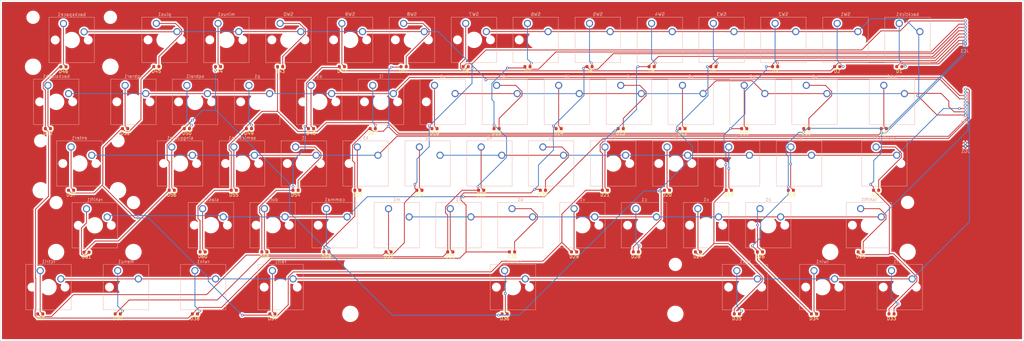
<source format=kicad_pcb>
(kicad_pcb (version 20171130) (host pcbnew "(5.1.6)-1")
  (layers (0 F.Cu signal) (31 B.Cu signal hide) (34 B.Paste user) (35 F.Paste user) (36 B.SilkS user) (37 F.SilkS user) (38 B.Mask user) (39 F.Mask user) (44 Edge.Cuts user))
  (net 0 "")
  (net 1 "Net-(D18-Pad1)")
  (net 2 /R3)
  (net 3 "Net-(D30-Pad1)")
  (net 4 /R4)
  (net 5 "Net-(D52-Pad1)")
  (net 6 /R7)
  (net 7 "Net-(D46-Pad1)")
  (net 8 /R6)
  (net 9 "Net-(D1-Pad1)")
  (net 10 /R1)
  (net 11 "Net-(D28-Pad1)")
  (net 12 "Net-(D17-Pad1)")
  (net 13 "Net-(D58-Pad1)")
  (net 14 /R9)
  (net 15 "Net-(D20-Pad1)")
  (net 16 GND)
  (net 17 "Net-(D2-Pad1)")
  (net 18 "Net-(D3-Pad1)")
  (net 19 "Net-(D4-Pad1)")
  (net 20 "Net-(D5-Pad1)")
  (net 21 "Net-(D6-Pad1)")
  (net 22 "Net-(D7-Pad1)")
  (net 23 "Net-(D8-Pad1)")
  (net 24 "Net-(D9-Pad1)")
  (net 25 "Net-(D10-Pad1)")
  (net 26 "Net-(D11-Pad1)")
  (net 27 "Net-(D12-Pad1)")
  (net 28 "Net-(D13-Pad1)")
  (net 29 "Net-(D14-Pad1)")
  (net 30 "Net-(D15-Pad1)")
  (net 31 "Net-(D16-Pad1)")
  (net 32 "Net-(D19-Pad1)")
  (net 33 "Net-(D21-Pad1)")
  (net 34 "Net-(D22-Pad1)")
  (net 35 "Net-(D23-Pad1)")
  (net 36 "Net-(D24-Pad1)")
  (net 37 "Net-(D25-Pad1)")
  (net 38 "Net-(D26-Pad1)")
  (net 39 "Net-(D27-Pad1)")
  (net 40 "Net-(D29-Pad1)")
  (net 41 "Net-(D31-Pad1)")
  (net 42 "Net-(D32-Pad1)")
  (net 43 "Net-(D33-Pad1)")
  (net 44 "Net-(D34-Pad1)")
  (net 45 "Net-(D35-Pad1)")
  (net 46 "Net-(D36-Pad1)")
  (net 47 "Net-(D37-Pad1)")
  (net 48 "Net-(D38-Pad1)")
  (net 49 "Net-(D39-Pad1)")
  (net 50 "Net-(D40-Pad1)")
  (net 51 "Net-(D41-Pad1)")
  (net 52 "Net-(D42-Pad1)")
  (net 53 "Net-(D43-Pad1)")
  (net 54 "Net-(D44-Pad1)")
  (net 55 "Net-(D45-Pad1)")
  (net 56 "Net-(D47-Pad1)")
  (net 57 "Net-(D48-Pad1)")
  (net 58 "Net-(D49-Pad1)")
  (net 59 "Net-(D50-Pad1)")
  (net 60 "Net-(D51-Pad1)")
  (net 61 "Net-(D53-Pad1)")
  (net 62 "Net-(D54-Pad1)")
  (net 63 "Net-(D55-Pad1)")
  (net 64 "Net-(D56-Pad1)")
  (net 65 "Net-(D57-Pad1)")
  (net 66 "Net-(D59-Pad1)")
  (net 67 "Net-(D60-Pad1)")
  (net 68 "Net-(D61-Pad1)")
  (net 69 /R2)
  (net 70 /R8)
  (net 71 /R5)
  (net 72 /C1)
  (net 73 /C2)
  (net 74 /C3)
  (net 75 /C4)
  (net 76 /C5)
  (net 77 /C6)
  (net 78 /C7)
  (net 79 /C8)
  (module Connector_PinHeader_1.00mm:PinHeader_1x09_P1.00mm_Vertical (layer B.Cu) (at 322 60.4)
    (fp_text reference JR1 (at -0.29 2.25) (layer B.SilkS) (effects (justify mirror)))
    (fp_text value Conn_01x09)
    (pad 9 thru_hole oval (at 0 -8) (size 0.85 0.85) (drill 0.5) (layers *.Cu *.Mask) (net 14 /R9))
    (pad 8 thru_hole oval (at 0 -7) (size 0.85 0.85) (drill 0.5) (layers *.Cu *.Mask) (net 70 /R8))
    (pad 7 thru_hole oval (at 0 -6) (size 0.85 0.85) (drill 0.5) (layers *.Cu *.Mask) (net 6 /R7))
    (pad 6 thru_hole oval (at 0 -5) (size 0.85 0.85) (drill 0.5) (layers *.Cu *.Mask) (net 8 /R6))
    (pad 5 thru_hole oval (at 0 -4) (size 0.85 0.85) (drill 0.5) (layers *.Cu *.Mask) (net 71 /R5))
    (pad 4 thru_hole oval (at 0 -3) (size 0.85 0.85) (drill 0.5) (layers *.Cu *.Mask) (net 4 /R4))
    (pad 3 thru_hole oval (at 0 -2) (size 0.85 0.85) (drill 0.5) (layers *.Cu *.Mask) (net 2 /R3))
    (pad 2 thru_hole oval (at 0 -1) (size 0.85 0.85) (drill 0.5) (layers *.Cu *.Mask) (net 69 /R2))
    (pad 1 thru_hole rect (at 0 0) (size 0.85 0.85) (drill 0.5) (layers *.Cu *.Mask) (net 10 /R1))
  )
  (module Connector_PinHeader_1.00mm:PinHeader_1x08_P1.00mm_Vertical (layer B.Cu) (at 322 38.4)
    (fp_text reference JC1 (at -0.29 2.25) (layer B.SilkS) (effects (justify mirror)))
    (fp_text value Conn_01x08)
    (pad 8 thru_hole oval (at 0 -7) (size 0.85 0.85) (drill 0.5) (layers *.Cu *.Mask) (net 79 /C8))
    (pad 7 thru_hole oval (at 0 -6) (size 0.85 0.85) (drill 0.5) (layers *.Cu *.Mask) (net 78 /C7))
    (pad 6 thru_hole oval (at 0 -5) (size 0.85 0.85) (drill 0.5) (layers *.Cu *.Mask) (net 77 /C6))
    (pad 5 thru_hole oval (at 0 -4) (size 0.85 0.85) (drill 0.5) (layers *.Cu *.Mask) (net 76 /C5))
    (pad 4 thru_hole oval (at 0 -3) (size 0.85 0.85) (drill 0.5) (layers *.Cu *.Mask) (net 75 /C4))
    (pad 3 thru_hole oval (at 0 -2) (size 0.85 0.85) (drill 0.5) (layers *.Cu *.Mask) (net 74 /C3))
    (pad 2 thru_hole oval (at 0 -1) (size 0.85 0.85) (drill 0.5) (layers *.Cu *.Mask) (net 73 /C2))
    (pad 1 thru_hole rect (at 0 0) (size 0.85 0.85) (drill 0.5) (layers *.Cu *.Mask) (net 72 /C1))
  )
  (module Button_Switch_Keyboard:SW_Cherry_MX_2.75u_PCB (layer B.Cu) (at 51.575 89.3 180)
    (fp_text reference rshift1 (at -2.54 2.794) (layer B.SilkS) (effects (justify mirror)))
    (fp_text value SW_Push)
    (pad "" np_thru_hole circle (at 9.36 1.92 180) (size 3.05 3.05) (drill 3.05) (layers *.Cu *.Mask))
    (pad "" np_thru_hole circle (at -14.44 1.92 180) (size 3.05 3.05) (drill 3.05) (layers *.Cu *.Mask))
    (pad "" np_thru_hole circle (at -14.44 -13.32 180) (size 4 4) (drill 4) (layers *.Cu *.Mask))
    (pad "" np_thru_hole circle (at 9.36 -13.32 180) (size 4 4) (drill 4) (layers *.Cu *.Mask))
    (pad "" np_thru_hole circle (at 2.54 -5.08 180) (size 1.7 1.7) (drill 1.7) (layers *.Cu *.Mask))
    (pad "" np_thru_hole circle (at -7.62 -5.08 180) (size 1.7 1.7) (drill 1.7) (layers *.Cu *.Mask))
    (pad "" np_thru_hole circle (at -2.54 -5.08 180) (size 4 4) (drill 4) (layers *.Cu *.Mask))
    (pad 2 thru_hole circle (at -6.35 -2.54 180) (size 2.2 2.2) (drill 1.5) (layers *.Cu *.Mask) (net 14 /R9))
    (pad 1 thru_hole circle (at 0 0 180) (size 2.2 2.2) (drill 1.5) (layers *.Cu *.Mask) (net 68 "Net-(D61-Pad1)"))
  )
  (module Diode_SMD:D_0603_1608Metric (layer F.Cu) (at 299.275 121.685 180)
    (fp_text reference D33 (at 0 -1.43) (layer F.SilkS))
    (fp_text value DIODE)
    (pad 2 smd roundrect (at 0.7875 0 180) (size 0.875 0.95) (layers F.Cu F.Paste F.Mask) (net 72 /C1))
    (pad 1 smd roundrect (at -0.7875 0 180) (size 0.875 0.95) (layers F.Cu F.Paste F.Mask) (net 43 "Net-(D33-Pad1)"))
  )
  (module Diode_SMD:D_0603_1608Metric (layer F.Cu) (at 84.925 121.685 180)
    (fp_text reference D38 (at 0 -1.43) (layer F.SilkS))
    (fp_text value DIODE)
    (pad 1 smd roundrect (at -0.7875 0 180) (size 0.875 0.95) (layers F.Cu F.Paste F.Mask) (net 48 "Net-(D38-Pad1)"))
    (pad 2 smd roundrect (at 0.7875 0 180) (size 0.875 0.95) (layers F.Cu F.Paste F.Mask) (net 77 /C6))
  )
  (module Diode_SMD:D_0603_1608Metric (layer F.Cu) (at 61.175 121.685 180)
    (fp_text reference D39 (at 0 -1.43) (layer F.SilkS))
    (fp_text value DIODE)
    (pad 2 smd roundrect (at 0.7875 0 180) (size 0.875 0.95) (layers F.Cu F.Paste F.Mask) (net 78 /C7))
    (pad 1 smd roundrect (at -0.7875 0 180) (size 0.875 0.95) (layers F.Cu F.Paste F.Mask) (net 49 "Net-(D39-Pad1)"))
  )
  (module Diode_SMD:D_0603_1608Metric (layer F.Cu) (at 108.775 121.685 180)
    (fp_text reference D37 (at 0 -1.43) (layer F.SilkS))
    (fp_text value DIODE)
    (pad 2 smd roundrect (at 0.7875 0 180) (size 0.875 0.95) (layers F.Cu F.Paste F.Mask) (net 76 /C5))
    (pad 1 smd roundrect (at -0.7875 0 180) (size 0.875 0.95) (layers F.Cu F.Paste F.Mask) (net 47 "Net-(D37-Pad1)"))
  )
  (module Diode_SMD:D_0603_1608Metric (layer F.Cu) (at 275.425 121.685 180)
    (fp_text reference D34 (at 0 -1.43) (layer F.SilkS))
    (fp_text value DIODE)
    (pad 1 smd roundrect (at -0.7875 0 180) (size 0.875 0.95) (layers F.Cu F.Paste F.Mask) (net 44 "Net-(D34-Pad1)"))
    (pad 2 smd roundrect (at 0.7875 0 180) (size 0.875 0.95) (layers F.Cu F.Paste F.Mask) (net 73 /C2))
  )
  (module Diode_SMD:D_0603_1608Metric (layer F.Cu) (at 180.225 121.685 180)
    (fp_text reference D36 (at 0 -1.43) (layer F.SilkS))
    (fp_text value DIODE)
    (pad 1 smd roundrect (at -0.7875 0 180) (size 0.875 0.95) (layers F.Cu F.Paste F.Mask) (net 46 "Net-(D36-Pad1)"))
    (pad 2 smd roundrect (at 0.7875 0 180) (size 0.875 0.95) (layers F.Cu F.Paste F.Mask) (net 75 /C4))
  )
  (module Diode_SMD:D_0603_1608Metric (layer F.Cu) (at 37.325 121.685 180)
    (fp_text reference D40 (at 0 -1.43) (layer F.SilkS))
    (fp_text value DIODE)
    (pad 1 smd roundrect (at -0.7875 0 180) (size 0.875 0.95) (layers F.Cu F.Paste F.Mask) (net 50 "Net-(D40-Pad1)"))
    (pad 2 smd roundrect (at 0.7875 0 180) (size 0.875 0.95) (layers F.Cu F.Paste F.Mask) (net 79 /C8))
  )
  (module Diode_SMD:D_0603_1608Metric (layer F.Cu) (at 251.675 121.685 180)
    (fp_text reference D35 (at 0 -1.43) (layer F.SilkS))
    (fp_text value DIODE)
    (pad 1 smd roundrect (at -0.7875 0 180) (size 0.875 0.95) (layers F.Cu F.Paste F.Mask) (net 45 "Net-(D35-Pad1)"))
    (pad 2 smd roundrect (at 0.7875 0 180) (size 0.875 0.95) (layers F.Cu F.Paste F.Mask) (net 74 /C3))
  )
  (module Diode_SMD:D_0603_1608Metric (layer F.Cu) (at 87.3 102.585 180)
    (fp_text reference D60 (at 0 -1.43) (layer F.SilkS))
    (fp_text value DIODE)
    (pad 1 smd roundrect (at -0.7875 0 180) (size 0.875 0.95) (layers F.Cu F.Paste F.Mask) (net 67 "Net-(D60-Pad1)"))
    (pad 2 smd roundrect (at 0.7875 0 180) (size 0.875 0.95) (layers F.Cu F.Paste F.Mask) (net 74 /C3))
  )
  (module Diode_SMD:D_0603_1608Metric (layer F.Cu) (at 106.3 102.585 180)
    (fp_text reference D59 (at 0 -1.43) (layer F.SilkS))
    (fp_text value DIODE)
    (pad 2 smd roundrect (at 0.7875 0 180) (size 0.875 0.95) (layers F.Cu F.Paste F.Mask) (net 73 /C2))
    (pad 1 smd roundrect (at -0.7875 0 180) (size 0.875 0.95) (layers F.Cu F.Paste F.Mask) (net 66 "Net-(D59-Pad1)"))
  )
  (module Diode_SMD:D_0603_1608Metric (layer F.Cu) (at 125.4 102.585 180)
    (fp_text reference D58 (at 0 -1.43) (layer F.SilkS))
    (fp_text value DIODE)
    (pad 1 smd roundrect (at -0.7875 0 180) (size 0.875 0.95) (layers F.Cu F.Paste F.Mask) (net 13 "Net-(D58-Pad1)"))
    (pad 2 smd roundrect (at 0.7875 0 180) (size 0.875 0.95) (layers F.Cu F.Paste F.Mask) (net 72 /C1))
  )
  (module Diode_SMD:D_0603_1608Metric (layer F.Cu) (at 51.575 102.685 180)
    (fp_text reference D61 (at 0 -1.43) (layer F.SilkS))
    (fp_text value DIODE)
    (pad 2 smd roundrect (at 0.7875 0 180) (size 0.875 0.95) (layers F.Cu F.Paste F.Mask) (net 75 /C4))
    (pad 1 smd roundrect (at -0.7875 0 180) (size 0.875 0.95) (layers F.Cu F.Paste F.Mask) (net 68 "Net-(D61-Pad1)"))
  )
  (module Diode_SMD:D_0603_1608Metric (layer F.Cu) (at 182.5 102.585 180)
    (fp_text reference D30 (at 0 -1.43) (layer F.SilkS))
    (fp_text value DIODE)
    (pad 1 smd roundrect (at -0.7875 0 180) (size 0.875 0.95) (layers F.Cu F.Paste F.Mask) (net 3 "Net-(D30-Pad1)"))
    (pad 2 smd roundrect (at 0.7875 0 180) (size 0.875 0.95) (layers F.Cu F.Paste F.Mask) (net 77 /C6))
  )
  (module Diode_SMD:D_0603_1608Metric (layer F.Cu) (at 201.6 102.585 180)
    (fp_text reference D29 (at 0 -1.43) (layer F.SilkS))
    (fp_text value DIODE)
    (pad 2 smd roundrect (at 0.7875 0 180) (size 0.875 0.95) (layers F.Cu F.Paste F.Mask) (net 76 /C5))
    (pad 1 smd roundrect (at -0.7875 0 180) (size 0.875 0.95) (layers F.Cu F.Paste F.Mask) (net 40 "Net-(D29-Pad1)"))
  )
  (module Diode_SMD:D_0603_1608Metric (layer F.Cu) (at 163.5 102.585 180)
    (fp_text reference D31 (at 0 -1.43) (layer F.SilkS))
    (fp_text value DIODE)
    (pad 2 smd roundrect (at 0.7875 0 180) (size 0.875 0.95) (layers F.Cu F.Paste F.Mask) (net 78 /C7))
    (pad 1 smd roundrect (at -0.7875 0 180) (size 0.875 0.95) (layers F.Cu F.Paste F.Mask) (net 41 "Net-(D31-Pad1)"))
  )
  (module Diode_SMD:D_0603_1608Metric (layer F.Cu) (at 144.5 102.585 180)
    (fp_text reference D32 (at 0 -1.43) (layer F.SilkS))
    (fp_text value DIODE)
    (pad 1 smd roundrect (at -0.7875 0 180) (size 0.875 0.95) (layers F.Cu F.Paste F.Mask) (net 42 "Net-(D32-Pad1)"))
    (pad 2 smd roundrect (at 0.7875 0 180) (size 0.875 0.95) (layers F.Cu F.Paste F.Mask) (net 79 /C8))
  )
  (module Diode_SMD:D_0603_1608Metric (layer F.Cu) (at 220.6 102.585 180)
    (fp_text reference D28 (at 0 -1.43) (layer F.SilkS))
    (fp_text value DIODE)
    (pad 1 smd roundrect (at -0.7875 0 180) (size 0.875 0.95) (layers F.Cu F.Paste F.Mask) (net 11 "Net-(D28-Pad1)"))
    (pad 2 smd roundrect (at 0.7875 0 180) (size 0.875 0.95) (layers F.Cu F.Paste F.Mask) (net 75 /C4))
  )
  (module Diode_SMD:D_0603_1608Metric (layer F.Cu) (at 239.7 102.585 180)
    (fp_text reference D27 (at 0 -1.43) (layer F.SilkS))
    (fp_text value DIODE)
    (pad 2 smd roundrect (at 0.7875 0 180) (size 0.875 0.95) (layers F.Cu F.Paste F.Mask) (net 74 /C3))
    (pad 1 smd roundrect (at -0.7875 0 180) (size 0.875 0.95) (layers F.Cu F.Paste F.Mask) (net 39 "Net-(D27-Pad1)"))
  )
  (module Diode_SMD:D_0603_1608Metric (layer F.Cu) (at 258.8 102.585 180)
    (fp_text reference D26 (at 0 -1.43) (layer F.SilkS))
    (fp_text value DIODE)
    (pad 1 smd roundrect (at -0.7875 0 180) (size 0.875 0.95) (layers F.Cu F.Paste F.Mask) (net 38 "Net-(D26-Pad1)"))
    (pad 2 smd roundrect (at 0.7875 0 180) (size 0.875 0.95) (layers F.Cu F.Paste F.Mask) (net 73 /C2))
  )
  (module Diode_SMD:D_0603_1608Metric (layer F.Cu) (at 289.775 102.585 180)
    (fp_text reference D25 (at 0 -1.43) (layer F.SilkS))
    (fp_text value DIODE)
    (pad 2 smd roundrect (at 0.7875 0 180) (size 0.875 0.95) (layers F.Cu F.Paste F.Mask) (net 72 /C1))
    (pad 1 smd roundrect (at -0.7875 0 180) (size 0.875 0.95) (layers F.Cu F.Paste F.Mask) (net 37 "Net-(D25-Pad1)"))
  )
  (module Diode_SMD:D_0603_1608Metric (layer F.Cu) (at 77.8 83.585 180)
    (fp_text reference D56 (at 0 -1.43) (layer F.SilkS))
    (fp_text value DIODE)
    (pad 1 smd roundrect (at -0.7875 0 180) (size 0.875 0.95) (layers F.Cu F.Paste F.Mask) (net 64 "Net-(D56-Pad1)"))
    (pad 2 smd roundrect (at 0.7875 0 180) (size 0.875 0.95) (layers F.Cu F.Paste F.Mask) (net 75 /C4))
  )
  (module Diode_SMD:D_0603_1608Metric (layer F.Cu) (at 96.9 83.585 180)
    (fp_text reference D55 (at 0 -1.43) (layer F.SilkS))
    (fp_text value DIODE)
    (pad 1 smd roundrect (at -0.7875 0 180) (size 0.875 0.95) (layers F.Cu F.Paste F.Mask) (net 63 "Net-(D55-Pad1)"))
    (pad 2 smd roundrect (at 0.7875 0 180) (size 0.875 0.95) (layers F.Cu F.Paste F.Mask) (net 74 /C3))
  )
  (module Diode_SMD:D_0603_1608Metric (layer F.Cu) (at 134.9 83.585 180)
    (fp_text reference D53 (at 0 -1.43) (layer F.SilkS))
    (fp_text value DIODE)
    (pad 1 smd roundrect (at -0.7875 0 180) (size 0.875 0.95) (layers F.Cu F.Paste F.Mask) (net 61 "Net-(D53-Pad1)"))
    (pad 2 smd roundrect (at 0.7875 0 180) (size 0.875 0.95) (layers F.Cu F.Paste F.Mask) (net 72 /C1))
  )
  (module Diode_SMD:D_0603_1608Metric (layer F.Cu) (at 46.825 83.585 180)
    (fp_text reference D57 (at 0 -1.43) (layer F.SilkS))
    (fp_text value DIODE)
    (pad 2 smd roundrect (at 0.7875 0 180) (size 0.875 0.95) (layers F.Cu F.Paste F.Mask) (net 76 /C5))
    (pad 1 smd roundrect (at -0.7875 0 180) (size 0.875 0.95) (layers F.Cu F.Paste F.Mask) (net 65 "Net-(D57-Pad1)"))
  )
  (module Diode_SMD:D_0603_1608Metric (layer F.Cu) (at 115.9 83.585 180)
    (fp_text reference D54 (at 0 -1.43) (layer F.SilkS))
    (fp_text value DIODE)
    (pad 2 smd roundrect (at 0.7875 0 180) (size 0.875 0.95) (layers F.Cu F.Paste F.Mask) (net 73 /C2))
    (pad 1 smd roundrect (at -0.7875 0 180) (size 0.875 0.95) (layers F.Cu F.Paste F.Mask) (net 62 "Net-(D54-Pad1)"))
  )
  (module Diode_SMD:D_0603_1608Metric (layer F.Cu) (at 268.3 83.585 180)
    (fp_text reference D18 (at 0 -1.43) (layer F.SilkS))
    (fp_text value DIODE)
    (pad 1 smd roundrect (at -0.7875 0 180) (size 0.875 0.95) (layers F.Cu F.Paste F.Mask) (net 1 "Net-(D18-Pad1)"))
    (pad 2 smd roundrect (at 0.7875 0 180) (size 0.875 0.95) (layers F.Cu F.Paste F.Mask) (net 73 /C2))
  )
  (module Diode_SMD:D_0603_1608Metric (layer F.Cu) (at 154 83.585 180)
    (fp_text reference D24 (at 0 -1.43) (layer F.SilkS))
    (fp_text value DIODE)
    (pad 1 smd roundrect (at -0.7875 0 180) (size 0.875 0.95) (layers F.Cu F.Paste F.Mask) (net 36 "Net-(D24-Pad1)"))
    (pad 2 smd roundrect (at 0.7875 0 180) (size 0.875 0.95) (layers F.Cu F.Paste F.Mask) (net 79 /C8))
  )
  (module Diode_SMD:D_0603_1608Metric (layer F.Cu) (at 211.1 83.585 180)
    (fp_text reference D21 (at 0 -1.43) (layer F.SilkS))
    (fp_text value DIODE)
    (pad 2 smd roundrect (at 0.7875 0 180) (size 0.875 0.95) (layers F.Cu F.Paste F.Mask) (net 76 /C5))
    (pad 1 smd roundrect (at -0.7875 0 180) (size 0.875 0.95) (layers F.Cu F.Paste F.Mask) (net 33 "Net-(D21-Pad1)"))
  )
  (module Diode_SMD:D_0603_1608Metric (layer F.Cu) (at 249.2 83.585 180)
    (fp_text reference D19 (at 0 -1.43) (layer F.SilkS))
    (fp_text value DIODE)
    (pad 2 smd roundrect (at 0.7875 0 180) (size 0.875 0.95) (layers F.Cu F.Paste F.Mask) (net 74 /C3))
    (pad 1 smd roundrect (at -0.7875 0 180) (size 0.875 0.95) (layers F.Cu F.Paste F.Mask) (net 32 "Net-(D19-Pad1)"))
  )
  (module Diode_SMD:D_0603_1608Metric (layer F.Cu) (at 294.525 83.585 180)
    (fp_text reference D17 (at 0 -1.43) (layer F.SilkS))
    (fp_text value DIODE)
    (pad 1 smd roundrect (at -0.7875 0 180) (size 0.875 0.95) (layers F.Cu F.Paste F.Mask) (net 12 "Net-(D17-Pad1)"))
    (pad 2 smd roundrect (at 0.7875 0 180) (size 0.875 0.95) (layers F.Cu F.Paste F.Mask) (net 72 /C1))
  )
  (module Diode_SMD:D_0603_1608Metric (layer F.Cu) (at 173 83.585 180)
    (fp_text reference D23 (at 0 -1.43) (layer F.SilkS))
    (fp_text value DIODE)
    (pad 2 smd roundrect (at 0.7875 0 180) (size 0.875 0.95) (layers F.Cu F.Paste F.Mask) (net 78 /C7))
    (pad 1 smd roundrect (at -0.7875 0 180) (size 0.875 0.95) (layers F.Cu F.Paste F.Mask) (net 35 "Net-(D23-Pad1)"))
  )
  (module Diode_SMD:D_0603_1608Metric (layer F.Cu) (at 192 83.585 180)
    (fp_text reference D22 (at 0 -1.43) (layer F.SilkS))
    (fp_text value DIODE)
    (pad 1 smd roundrect (at -0.7875 0 180) (size 0.875 0.95) (layers F.Cu F.Paste F.Mask) (net 34 "Net-(D22-Pad1)"))
    (pad 2 smd roundrect (at 0.7875 0 180) (size 0.875 0.95) (layers F.Cu F.Paste F.Mask) (net 77 /C6))
  )
  (module Diode_SMD:D_0603_1608Metric (layer F.Cu) (at 230.2 83.585 180)
    (fp_text reference D20 (at 0 -1.43) (layer F.SilkS))
    (fp_text value DIODE)
    (pad 1 smd roundrect (at -0.7875 0 180) (size 0.875 0.95) (layers F.Cu F.Paste F.Mask) (net 15 "Net-(D20-Pad1)"))
    (pad 2 smd roundrect (at 0.7875 0 180) (size 0.875 0.95) (layers F.Cu F.Paste F.Mask) (net 75 /C4))
  )
  (module Diode_SMD:D_0603_1608Metric (layer F.Cu) (at 139.65 64.585 180)
    (fp_text reference D47 (at 0 -1.43) (layer F.SilkS))
    (fp_text value DIODE)
    (pad 2 smd roundrect (at 0.7875 0 180) (size 0.875 0.95) (layers F.Cu F.Paste F.Mask) (net 72 /C1))
    (pad 1 smd roundrect (at -0.7875 0 180) (size 0.875 0.95) (layers F.Cu F.Paste F.Mask) (net 56 "Net-(D47-Pad1)"))
  )
  (module Diode_SMD:D_0603_1608Metric (layer F.Cu) (at 39.7 64.585 180)
    (fp_text reference D52 (at 0 -1.43) (layer F.SilkS))
    (fp_text value DIODE)
    (pad 2 smd roundrect (at 0.7875 0 180) (size 0.875 0.95) (layers F.Cu F.Paste F.Mask) (net 77 /C6))
    (pad 1 smd roundrect (at -0.7875 0 180) (size 0.875 0.95) (layers F.Cu F.Paste F.Mask) (net 5 "Net-(D52-Pad1)"))
  )
  (module Diode_SMD:D_0603_1608Metric (layer F.Cu) (at 63.45 64.585 180)
    (fp_text reference D51 (at 0 -1.43) (layer F.SilkS))
    (fp_text value DIODE)
    (pad 1 smd roundrect (at -0.7875 0 180) (size 0.875 0.95) (layers F.Cu F.Paste F.Mask) (net 60 "Net-(D51-Pad1)"))
    (pad 2 smd roundrect (at 0.7875 0 180) (size 0.875 0.95) (layers F.Cu F.Paste F.Mask) (net 76 /C5))
  )
  (module Diode_SMD:D_0603_1608Metric (layer F.Cu) (at 120.65 64.585 180)
    (fp_text reference D48 (at 0 -1.43) (layer F.SilkS))
    (fp_text value DIODE)
    (pad 2 smd roundrect (at 0.7875 0 180) (size 0.875 0.95) (layers F.Cu F.Paste F.Mask) (net 73 /C2))
    (pad 1 smd roundrect (at -0.7875 0 180) (size 0.875 0.95) (layers F.Cu F.Paste F.Mask) (net 57 "Net-(D48-Pad1)"))
  )
  (module Diode_SMD:D_0603_1608Metric (layer F.Cu) (at 101.55 64.585 180)
    (fp_text reference D49 (at 0 -1.43) (layer F.SilkS))
    (fp_text value DIODE)
    (pad 1 smd roundrect (at -0.7875 0 180) (size 0.875 0.95) (layers F.Cu F.Paste F.Mask) (net 58 "Net-(D49-Pad1)"))
    (pad 2 smd roundrect (at 0.7875 0 180) (size 0.875 0.95) (layers F.Cu F.Paste F.Mask) (net 74 /C3))
  )
  (module Diode_SMD:D_0603_1608Metric (layer F.Cu) (at 82.45 64.585 180)
    (fp_text reference D50 (at 0 -1.43) (layer F.SilkS))
    (fp_text value DIODE)
    (pad 2 smd roundrect (at 0.7875 0 180) (size 0.875 0.95) (layers F.Cu F.Paste F.Mask) (net 75 /C4))
    (pad 1 smd roundrect (at -0.7875 0 180) (size 0.875 0.95) (layers F.Cu F.Paste F.Mask) (net 59 "Net-(D50-Pad1)"))
  )
  (module Diode_SMD:D_0603_1608Metric (layer F.Cu) (at 234.95 64.585 180)
    (fp_text reference D12 (at 0 -1.43) (layer F.SilkS))
    (fp_text value DIODE)
    (pad 2 smd roundrect (at 0.7875 0 180) (size 0.875 0.95) (layers F.Cu F.Paste F.Mask) (net 75 /C4))
    (pad 1 smd roundrect (at -0.7875 0 180) (size 0.875 0.95) (layers F.Cu F.Paste F.Mask) (net 27 "Net-(D12-Pad1)"))
  )
  (module Diode_SMD:D_0603_1608Metric (layer F.Cu) (at 196.85 64.585 180)
    (fp_text reference D14 (at 0 -1.43) (layer F.SilkS))
    (fp_text value DIODE)
    (pad 2 smd roundrect (at 0.7875 0 180) (size 0.875 0.95) (layers F.Cu F.Paste F.Mask) (net 77 /C6))
    (pad 1 smd roundrect (at -0.7875 0 180) (size 0.875 0.95) (layers F.Cu F.Paste F.Mask) (net 29 "Net-(D14-Pad1)"))
  )
  (module Diode_SMD:D_0603_1608Metric (layer F.Cu) (at 215.95 64.585 180)
    (fp_text reference D13 (at 0 -1.43) (layer F.SilkS))
    (fp_text value DIODE)
    (pad 1 smd roundrect (at -0.7875 0 180) (size 0.875 0.95) (layers F.Cu F.Paste F.Mask) (net 28 "Net-(D13-Pad1)"))
    (pad 2 smd roundrect (at 0.7875 0 180) (size 0.875 0.95) (layers F.Cu F.Paste F.Mask) (net 76 /C5))
  )
  (module Diode_SMD:D_0603_1608Metric (layer F.Cu) (at 177.75 64.585 180)
    (fp_text reference D15 (at 0 -1.43) (layer F.SilkS))
    (fp_text value DIODE)
    (pad 2 smd roundrect (at 0.7875 0 180) (size 0.875 0.95) (layers F.Cu F.Paste F.Mask) (net 78 /C7))
    (pad 1 smd roundrect (at -0.7875 0 180) (size 0.875 0.95) (layers F.Cu F.Paste F.Mask) (net 30 "Net-(D15-Pad1)"))
  )
  (module Diode_SMD:D_0603_1608Metric (layer F.Cu) (at 253.95 64.585 180)
    (fp_text reference D11 (at 0 -1.43) (layer F.SilkS))
    (fp_text value DIODE)
    (pad 1 smd roundrect (at -0.7875 0 180) (size 0.875 0.95) (layers F.Cu F.Paste F.Mask) (net 26 "Net-(D11-Pad1)"))
    (pad 2 smd roundrect (at 0.7875 0 180) (size 0.875 0.95) (layers F.Cu F.Paste F.Mask) (net 74 /C3))
  )
  (module Diode_SMD:D_0603_1608Metric (layer F.Cu) (at 158.65 64.585 180)
    (fp_text reference D16 (at 0 -1.43) (layer F.SilkS))
    (fp_text value DIODE)
    (pad 1 smd roundrect (at -0.7875 0 180) (size 0.875 0.95) (layers F.Cu F.Paste F.Mask) (net 31 "Net-(D16-Pad1)"))
    (pad 2 smd roundrect (at 0.7875 0 180) (size 0.875 0.95) (layers F.Cu F.Paste F.Mask) (net 79 /C8))
  )
  (module Diode_SMD:D_0603_1608Metric (layer F.Cu) (at 296.9 64.585 180)
    (fp_text reference D9 (at 0 -1.43) (layer F.SilkS))
    (fp_text value DIODE)
    (pad 1 smd roundrect (at -0.7875 0 180) (size 0.875 0.95) (layers F.Cu F.Paste F.Mask) (net 24 "Net-(D9-Pad1)"))
    (pad 2 smd roundrect (at 0.7875 0 180) (size 0.875 0.95) (layers F.Cu F.Paste F.Mask) (net 72 /C1))
  )
  (module Diode_SMD:D_0603_1608Metric (layer F.Cu) (at 273.05 64.585 180)
    (fp_text reference D10 (at 0 -1.43) (layer F.SilkS))
    (fp_text value DIODE)
    (pad 2 smd roundrect (at 0.7875 0 180) (size 0.875 0.95) (layers F.Cu F.Paste F.Mask) (net 73 /C2))
    (pad 1 smd roundrect (at -0.7875 0 180) (size 0.875 0.95) (layers F.Cu F.Paste F.Mask) (net 25 "Net-(D10-Pad1)"))
  )
  (module Diode_SMD:D_0603_1608Metric (layer F.Cu) (at 44.48 45.535 180)
    (fp_text reference D46 (at 0 -1.43) (layer F.SilkS))
    (fp_text value DIODE)
    (pad 1 smd roundrect (at -0.7875 0 180) (size 0.875 0.95) (layers F.Cu F.Paste F.Mask) (net 7 "Net-(D46-Pad1)"))
    (pad 2 smd roundrect (at 0.7875 0 180) (size 0.875 0.95) (layers F.Cu F.Paste F.Mask) (net 77 /C6))
  )
  (module Diode_SMD:D_0603_1608Metric (layer F.Cu) (at 73.05 45.485 180)
    (fp_text reference D45 (at 0 -1.43) (layer F.SilkS))
    (fp_text value DIODE)
    (pad 2 smd roundrect (at 0.7875 0 180) (size 0.875 0.95) (layers F.Cu F.Paste F.Mask) (net 76 /C5))
    (pad 1 smd roundrect (at -0.7875 0 180) (size 0.875 0.95) (layers F.Cu F.Paste F.Mask) (net 55 "Net-(D45-Pad1)"))
  )
  (module Diode_SMD:D_0603_1608Metric (layer F.Cu) (at 111.15 45.485 180)
    (fp_text reference D43 (at 0 -1.43) (layer F.SilkS))
    (fp_text value DIODE)
    (pad 2 smd roundrect (at 0.7875 0 180) (size 0.875 0.95) (layers F.Cu F.Paste F.Mask) (net 74 /C3))
    (pad 1 smd roundrect (at -0.7875 0 180) (size 0.875 0.95) (layers F.Cu F.Paste F.Mask) (net 53 "Net-(D43-Pad1)"))
  )
  (module Diode_SMD:D_0603_1608Metric (layer F.Cu) (at 92.05 45.485 180)
    (fp_text reference D44 (at 0 -1.43) (layer F.SilkS))
    (fp_text value DIODE)
    (pad 1 smd roundrect (at -0.7875 0 180) (size 0.875 0.95) (layers F.Cu F.Paste F.Mask) (net 54 "Net-(D44-Pad1)"))
    (pad 2 smd roundrect (at 0.7875 0 180) (size 0.875 0.95) (layers F.Cu F.Paste F.Mask) (net 75 /C4))
  )
  (module Diode_SMD:D_0603_1608Metric (layer F.Cu) (at 130.15 45.485 180)
    (fp_text reference D42 (at 0 -1.43) (layer F.SilkS))
    (fp_text value DIODE)
    (pad 1 smd roundrect (at -0.7875 0 180) (size 0.875 0.95) (layers F.Cu F.Paste F.Mask) (net 52 "Net-(D42-Pad1)"))
    (pad 2 smd roundrect (at 0.7875 0 180) (size 0.875 0.95) (layers F.Cu F.Paste F.Mask) (net 73 /C2))
  )
  (module Diode_SMD:D_0603_1608Metric (layer F.Cu) (at 149.15 45.485 180)
    (fp_text reference D41 (at 0 -1.43) (layer F.SilkS))
    (fp_text value DIODE)
    (pad 2 smd roundrect (at 0.7875 0 180) (size 0.875 0.95) (layers F.Cu F.Paste F.Mask) (net 72 /C1))
    (pad 1 smd roundrect (at -0.7875 0 180) (size 0.875 0.95) (layers F.Cu F.Paste F.Mask) (net 51 "Net-(D41-Pad1)"))
  )
  (module Diode_SMD:D_0603_1608Metric (layer F.Cu) (at 282.55 45.485 180)
    (fp_text reference D2 (at 0 -1.43) (layer F.SilkS))
    (fp_text value DIODE)
    (pad 1 smd roundrect (at -0.7875 0 180) (size 0.875 0.95) (layers F.Cu F.Paste F.Mask) (net 17 "Net-(D2-Pad1)"))
    (pad 2 smd roundrect (at 0.7875 0 180) (size 0.875 0.95) (layers F.Cu F.Paste F.Mask) (net 73 /C2))
  )
  (module Diode_SMD:D_0603_1608Metric (layer F.Cu) (at 168.25 45.485 180)
    (fp_text reference D8 (at 0 -1.43) (layer F.SilkS))
    (fp_text value DIODE)
    (pad 1 smd roundrect (at -0.7875 0 180) (size 0.875 0.95) (layers F.Cu F.Paste F.Mask) (net 23 "Net-(D8-Pad1)"))
    (pad 2 smd roundrect (at 0.7875 0 180) (size 0.875 0.95) (layers F.Cu F.Paste F.Mask) (net 79 /C8))
  )
  (module Diode_SMD:D_0603_1608Metric (layer F.Cu) (at 206.35 45.485 180)
    (fp_text reference D6 (at 0 -1.43) (layer F.SilkS))
    (fp_text value DIODE)
    (pad 1 smd roundrect (at -0.7875 0 180) (size 0.875 0.95) (layers F.Cu F.Paste F.Mask) (net 21 "Net-(D6-Pad1)"))
    (pad 2 smd roundrect (at 0.7875 0 180) (size 0.875 0.95) (layers F.Cu F.Paste F.Mask) (net 77 /C6))
  )
  (module Diode_SMD:D_0603_1608Metric (layer F.Cu) (at 225.45 45.485 180)
    (fp_text reference D5 (at 0 -1.43) (layer F.SilkS))
    (fp_text value DIODE)
    (pad 1 smd roundrect (at -0.7875 0 180) (size 0.875 0.95) (layers F.Cu F.Paste F.Mask) (net 20 "Net-(D5-Pad1)"))
    (pad 2 smd roundrect (at 0.7875 0 180) (size 0.875 0.95) (layers F.Cu F.Paste F.Mask) (net 76 /C5))
  )
  (module Diode_SMD:D_0603_1608Metric (layer F.Cu) (at 244.45 45.485 180)
    (fp_text reference D4 (at 0 -1.43) (layer F.SilkS))
    (fp_text value DIODE)
    (pad 2 smd roundrect (at 0.7875 0 180) (size 0.875 0.95) (layers F.Cu F.Paste F.Mask) (net 75 /C4))
    (pad 1 smd roundrect (at -0.7875 0 180) (size 0.875 0.95) (layers F.Cu F.Paste F.Mask) (net 19 "Net-(D4-Pad1)"))
  )
  (module Diode_SMD:D_0603_1608Metric (layer F.Cu) (at 263.45 45.485 180)
    (fp_text reference D3 (at 0 -1.43) (layer F.SilkS))
    (fp_text value DIODE)
    (pad 2 smd roundrect (at 0.7875 0 180) (size 0.875 0.95) (layers F.Cu F.Paste F.Mask) (net 74 /C3))
    (pad 1 smd roundrect (at -0.7875 0 180) (size 0.875 0.95) (layers F.Cu F.Paste F.Mask) (net 18 "Net-(D3-Pad1)"))
  )
  (module Diode_SMD:D_0603_1608Metric (layer F.Cu) (at 301.65 45.485 180)
    (fp_text reference D1 (at 0 -1.43) (layer F.SilkS))
    (fp_text value DIODE)
    (pad 2 smd roundrect (at 0.7875 0 180) (size 0.875 0.95) (layers F.Cu F.Paste F.Mask) (net 72 /C1))
    (pad 1 smd roundrect (at -0.7875 0 180) (size 0.875 0.95) (layers F.Cu F.Paste F.Mask) (net 9 "Net-(D1-Pad1)"))
  )
  (module Diode_SMD:D_0603_1608Metric (layer F.Cu) (at 187.25 45.485 180)
    (fp_text reference D7 (at 0 -1.43) (layer F.SilkS))
    (fp_text value DIODE)
    (pad 2 smd roundrect (at 0.7875 0 180) (size 0.875 0.95) (layers F.Cu F.Paste F.Mask) (net 78 /C7))
    (pad 1 smd roundrect (at -0.7875 0 180) (size 0.875 0.95) (layers F.Cu F.Paste F.Mask) (net 22 "Net-(D7-Pad1)"))
  )
  (module Connector_PinHeader_1.00mm:PinHeader_1x02_P1.00mm_Vertical (layer B.Cu) (at 322 70)
    (fp_text reference JG1 (at 0 1.56) (layer B.SilkS) (effects (justify mirror)))
    (fp_text value Conn_01x02)
    (pad 1 thru_hole rect (at 0 0) (size 0.85 0.85) (drill 0.5) (layers *.Cu *.Mask) (net 16 GND))
    (pad 2 thru_hole oval (at 0 -1) (size 0.85 0.85) (drill 0.5) (layers *.Cu *.Mask) (net 16 GND))
  )
  (module Button_Switch_Keyboard:SW_Cherry_MX_2.25u_PCB (layer B.Cu) (at 289.775 89.25 180)
    (fp_text reference lshift1 (at -2.54 2.794) (layer B.SilkS) (effects (justify mirror)))
    (fp_text value SW_Push)
    (pad "" np_thru_hole circle (at 9.36 1.92 180) (size 3.05 3.05) (drill 3.05) (layers *.Cu *.Mask))
    (pad "" np_thru_hole circle (at -14.44 1.92 180) (size 3.05 3.05) (drill 3.05) (layers *.Cu *.Mask))
    (pad "" np_thru_hole circle (at -14.44 -13.32 180) (size 4 4) (drill 4) (layers *.Cu *.Mask))
    (pad "" np_thru_hole circle (at 9.36 -13.32 180) (size 4 4) (drill 4) (layers *.Cu *.Mask))
    (pad "" np_thru_hole circle (at 2.54 -5.08 180) (size 1.7 1.7) (drill 1.7) (layers *.Cu *.Mask))
    (pad "" np_thru_hole circle (at -7.62 -5.08 180) (size 1.7 1.7) (drill 1.7) (layers *.Cu *.Mask))
    (pad "" np_thru_hole circle (at -2.54 -5.08 180) (size 4 4) (drill 4) (layers *.Cu *.Mask))
    (pad 2 thru_hole circle (at -6.35 -2.54 180) (size 2.2 2.2) (drill 1.5) (layers *.Cu *.Mask) (net 4 /R4))
    (pad 1 thru_hole circle (at 0 0 180) (size 2.2 2.2) (drill 1.5) (layers *.Cu *.Mask) (net 37 "Net-(D25-Pad1)"))
  )
  (module Button_Switch_Keyboard:SW_Cherry_MX_2.25u_PCB (layer B.Cu) (at 46.825 70.25 180)
    (fp_text reference enter1 (at -2.54 2.794) (layer B.SilkS) (effects (justify mirror)))
    (fp_text value SW_Push)
    (pad 1 thru_hole circle (at 0 0 180) (size 2.2 2.2) (drill 1.5) (layers *.Cu *.Mask) (net 65 "Net-(D57-Pad1)"))
    (pad 2 thru_hole circle (at -6.35 -2.54 180) (size 2.2 2.2) (drill 1.5) (layers *.Cu *.Mask) (net 70 /R8))
    (pad "" np_thru_hole circle (at -2.54 -5.08 180) (size 4 4) (drill 4) (layers *.Cu *.Mask))
    (pad "" np_thru_hole circle (at -7.62 -5.08 180) (size 1.7 1.7) (drill 1.7) (layers *.Cu *.Mask))
    (pad "" np_thru_hole circle (at 2.54 -5.08 180) (size 1.7 1.7) (drill 1.7) (layers *.Cu *.Mask))
    (pad "" np_thru_hole circle (at 9.36 -13.32 180) (size 4 4) (drill 4) (layers *.Cu *.Mask))
    (pad "" np_thru_hole circle (at -14.44 -13.32 180) (size 4 4) (drill 4) (layers *.Cu *.Mask))
    (pad "" np_thru_hole circle (at -14.44 1.92 180) (size 3.05 3.05) (drill 3.05) (layers *.Cu *.Mask))
    (pad "" np_thru_hole circle (at 9.36 1.92 180) (size 3.05 3.05) (drill 3.05) (layers *.Cu *.Mask))
  )
  (module Button_Switch_Keyboard:SW_Cherry_MX_1.00u_PCB (layer B.Cu) (at 268.3 70.25 180)
    (fp_text reference a1 (at -2.54 2.794) (layer B.SilkS) (effects (justify mirror)))
    (fp_text value SW_Push)
    (pad 1 thru_hole circle (at 0 0 180) (size 2.2 2.2) (drill 1.5) (layers *.Cu *.Mask) (net 1 "Net-(D18-Pad1)"))
    (pad 2 thru_hole circle (at -6.35 -2.54 180) (size 2.2 2.2) (drill 1.5) (layers *.Cu *.Mask) (net 2 /R3))
    (pad "" np_thru_hole circle (at -2.54 -5.08 180) (size 4 4) (drill 4) (layers *.Cu *.Mask))
    (pad "" np_thru_hole circle (at -7.62 -5.08 180) (size 1.7 1.7) (drill 1.7) (layers *.Cu *.Mask))
    (pad "" np_thru_hole circle (at 2.54 -5.08 180) (size 1.7 1.7) (drill 1.7) (layers *.Cu *.Mask))
  )
  (module Button_Switch_Keyboard:SW_Cherry_MX_1.00u_PCB (layer B.Cu) (at 182.5 89.25 180)
    (fp_text reference b1 (at -2.54 2.794) (layer B.SilkS) (effects (justify mirror)))
    (fp_text value SW_Push)
    (pad 1 thru_hole circle (at 0 0 180) (size 2.2 2.2) (drill 1.5) (layers *.Cu *.Mask) (net 3 "Net-(D30-Pad1)"))
    (pad 2 thru_hole circle (at -6.35 -2.54 180) (size 2.2 2.2) (drill 1.5) (layers *.Cu *.Mask) (net 4 /R4))
    (pad "" np_thru_hole circle (at -2.54 -5.08 180) (size 4 4) (drill 4) (layers *.Cu *.Mask))
    (pad "" np_thru_hole circle (at -7.62 -5.08 180) (size 1.7 1.7) (drill 1.7) (layers *.Cu *.Mask))
    (pad "" np_thru_hole circle (at 2.54 -5.08 180) (size 1.7 1.7) (drill 1.7) (layers *.Cu *.Mask))
  )
  (module Button_Switch_Keyboard:SW_Cherry_MX_1.50u_PCB (layer B.Cu) (at 39.7 51.25 180)
    (fp_text reference backslash1 (at -2.54 2.794) (layer B.SilkS) (effects (justify mirror)))
    (fp_text value SW_Push)
    (pad 1 thru_hole circle (at 0 0 180) (size 2.2 2.2) (drill 1.5) (layers *.Cu *.Mask) (net 5 "Net-(D52-Pad1)"))
    (pad 2 thru_hole circle (at -6.35 -2.54 180) (size 2.2 2.2) (drill 1.5) (layers *.Cu *.Mask) (net 6 /R7))
    (pad "" np_thru_hole circle (at -2.54 -5.08 180) (size 4 4) (drill 4) (layers *.Cu *.Mask))
    (pad "" np_thru_hole circle (at -7.62 -5.08 180) (size 1.7 1.7) (drill 1.7) (layers *.Cu *.Mask))
    (pad "" np_thru_hole circle (at 2.54 -5.08 180) (size 1.7 1.7) (drill 1.7) (layers *.Cu *.Mask))
  )
  (module Button_Switch_Keyboard:SW_Cherry_MX_2.00u_PCB (layer B.Cu) (at 44.48 32.2 180)
    (fp_text reference backspace1 (at -2.54 2.794) (layer B.SilkS) (effects (justify mirror)))
    (fp_text value SW_Push)
    (pad 1 thru_hole circle (at 0 0 180) (size 2.2 2.2) (drill 1.5) (layers *.Cu *.Mask) (net 7 "Net-(D46-Pad1)"))
    (pad 2 thru_hole circle (at -6.35 -2.54 180) (size 2.2 2.2) (drill 1.5) (layers *.Cu *.Mask) (net 8 /R6))
    (pad "" np_thru_hole circle (at -2.54 -5.08 180) (size 4 4) (drill 4) (layers *.Cu *.Mask))
    (pad "" np_thru_hole circle (at -7.62 -5.08 180) (size 1.7 1.7) (drill 1.7) (layers *.Cu *.Mask))
    (pad "" np_thru_hole circle (at 2.54 -5.08 180) (size 1.7 1.7) (drill 1.7) (layers *.Cu *.Mask))
    (pad "" np_thru_hole circle (at 9.36 -13.32 180) (size 4 4) (drill 4) (layers *.Cu *.Mask))
    (pad "" np_thru_hole circle (at -14.44 -13.32 180) (size 4 4) (drill 4) (layers *.Cu *.Mask))
    (pad "" np_thru_hole circle (at -14.44 1.92 180) (size 3.05 3.05) (drill 3.05) (layers *.Cu *.Mask))
    (pad "" np_thru_hole circle (at 9.36 1.92 180) (size 3.05 3.05) (drill 3.05) (layers *.Cu *.Mask))
  )
  (module Button_Switch_Keyboard:SW_Cherry_MX_1.00u_PCB (layer B.Cu) (at 301.65 32.15 180)
    (fp_text reference backtick1 (at -2.54 2.794) (layer B.SilkS) (effects (justify mirror)))
    (fp_text value SW_Push)
    (pad "" np_thru_hole circle (at 2.54 -5.08 180) (size 1.7 1.7) (drill 1.7) (layers *.Cu *.Mask))
    (pad "" np_thru_hole circle (at -7.62 -5.08 180) (size 1.7 1.7) (drill 1.7) (layers *.Cu *.Mask))
    (pad "" np_thru_hole circle (at -2.54 -5.08 180) (size 4 4) (drill 4) (layers *.Cu *.Mask))
    (pad 2 thru_hole circle (at -6.35 -2.54 180) (size 2.2 2.2) (drill 1.5) (layers *.Cu *.Mask) (net 10 /R1))
    (pad 1 thru_hole circle (at 0 0 180) (size 2.2 2.2) (drill 1.5) (layers *.Cu *.Mask) (net 9 "Net-(D1-Pad1)"))
  )
  (module Button_Switch_Keyboard:SW_Cherry_MX_1.00u_PCB (layer B.Cu) (at 220.6 89.25 180)
    (fp_text reference c1 (at -2.54 2.794) (layer B.SilkS) (effects (justify mirror)))
    (fp_text value SW_Push)
    (pad 1 thru_hole circle (at 0 0 180) (size 2.2 2.2) (drill 1.5) (layers *.Cu *.Mask) (net 11 "Net-(D28-Pad1)"))
    (pad 2 thru_hole circle (at -6.35 -2.54 180) (size 2.2 2.2) (drill 1.5) (layers *.Cu *.Mask) (net 4 /R4))
    (pad "" np_thru_hole circle (at -2.54 -5.08 180) (size 4 4) (drill 4) (layers *.Cu *.Mask))
    (pad "" np_thru_hole circle (at -7.62 -5.08 180) (size 1.7 1.7) (drill 1.7) (layers *.Cu *.Mask))
    (pad "" np_thru_hole circle (at 2.54 -5.08 180) (size 1.7 1.7) (drill 1.7) (layers *.Cu *.Mask))
  )
  (module Button_Switch_Keyboard:SW_Cherry_MX_1.75u_PCB (layer B.Cu) (at 294.525 70.25 180)
    (fp_text reference capslock1 (at -2.54 2.794) (layer B.SilkS) (effects (justify mirror)))
    (fp_text value SW_Push)
    (pad 1 thru_hole circle (at 0 0 180) (size 2.2 2.2) (drill 1.5) (layers *.Cu *.Mask) (net 12 "Net-(D17-Pad1)"))
    (pad 2 thru_hole circle (at -6.35 -2.54 180) (size 2.2 2.2) (drill 1.5) (layers *.Cu *.Mask) (net 2 /R3))
    (pad "" np_thru_hole circle (at -2.54 -5.08 180) (size 4 4) (drill 4) (layers *.Cu *.Mask))
    (pad "" np_thru_hole circle (at -7.62 -5.08 180) (size 1.7 1.7) (drill 1.7) (layers *.Cu *.Mask))
    (pad "" np_thru_hole circle (at 2.54 -5.08 180) (size 1.7 1.7) (drill 1.7) (layers *.Cu *.Mask))
  )
  (module Button_Switch_Keyboard:SW_Cherry_MX_1.00u_PCB (layer B.Cu) (at 125.4 89.25 180)
    (fp_text reference comma1 (at -2.54 2.794) (layer B.SilkS) (effects (justify mirror)))
    (fp_text value SW_Push)
    (pad 1 thru_hole circle (at 0 0 180) (size 2.2 2.2) (drill 1.5) (layers *.Cu *.Mask) (net 13 "Net-(D58-Pad1)"))
    (pad 2 thru_hole circle (at -6.35 -2.54 180) (size 2.2 2.2) (drill 1.5) (layers *.Cu *.Mask) (net 14 /R9))
    (pad "" np_thru_hole circle (at -2.54 -5.08 180) (size 4 4) (drill 4) (layers *.Cu *.Mask))
    (pad "" np_thru_hole circle (at -7.62 -5.08 180) (size 1.7 1.7) (drill 1.7) (layers *.Cu *.Mask))
    (pad "" np_thru_hole circle (at 2.54 -5.08 180) (size 1.7 1.7) (drill 1.7) (layers *.Cu *.Mask))
  )
  (module Button_Switch_Keyboard:SW_Cherry_MX_1.00u_PCB (layer B.Cu) (at 230.2 70.25 180)
    (fp_text reference d1 (at -2.54 2.794) (layer B.SilkS) (effects (justify mirror)))
    (fp_text value SW_Push)
    (pad "" np_thru_hole circle (at 2.54 -5.08 180) (size 1.7 1.7) (drill 1.7) (layers *.Cu *.Mask))
    (pad "" np_thru_hole circle (at -7.62 -5.08 180) (size 1.7 1.7) (drill 1.7) (layers *.Cu *.Mask))
    (pad "" np_thru_hole circle (at -2.54 -5.08 180) (size 4 4) (drill 4) (layers *.Cu *.Mask))
    (pad 2 thru_hole circle (at -6.35 -2.54 180) (size 2.2 2.2) (drill 1.5) (layers *.Cu *.Mask) (net 2 /R3))
    (pad 1 thru_hole circle (at 0 0 180) (size 2.2 2.2) (drill 1.5) (layers *.Cu *.Mask) (net 15 "Net-(D20-Pad1)"))
  )
  (module Button_Switch_Keyboard:SW_Cherry_MX_1.00u_PCB (layer B.Cu) (at 106.3 89.25 180)
    (fp_text reference dot1 (at -2.54 2.794) (layer B.SilkS) (effects (justify mirror)))
    (fp_text value SW_Push)
    (pad "" np_thru_hole circle (at 2.54 -5.08 180) (size 1.7 1.7) (drill 1.7) (layers *.Cu *.Mask))
    (pad "" np_thru_hole circle (at -7.62 -5.08 180) (size 1.7 1.7) (drill 1.7) (layers *.Cu *.Mask))
    (pad "" np_thru_hole circle (at -2.54 -5.08 180) (size 4 4) (drill 4) (layers *.Cu *.Mask))
    (pad 2 thru_hole circle (at -6.35 -2.54 180) (size 2.2 2.2) (drill 1.5) (layers *.Cu *.Mask) (net 14 /R9))
    (pad 1 thru_hole circle (at 0 0 180) (size 2.2 2.2) (drill 1.5) (layers *.Cu *.Mask) (net 66 "Net-(D59-Pad1)"))
  )
  (module Button_Switch_Keyboard:SW_Cherry_MX_1.00u_PCB (layer B.Cu) (at 234.95 51.25 180)
    (fp_text reference e1 (at -2.54 2.794) (layer B.SilkS) (effects (justify mirror)))
    (fp_text value SW_Push)
    (pad "" np_thru_hole circle (at 2.54 -5.08 180) (size 1.7 1.7) (drill 1.7) (layers *.Cu *.Mask))
    (pad "" np_thru_hole circle (at -7.62 -5.08 180) (size 1.7 1.7) (drill 1.7) (layers *.Cu *.Mask))
    (pad "" np_thru_hole circle (at -2.54 -5.08 180) (size 4 4) (drill 4) (layers *.Cu *.Mask))
    (pad 2 thru_hole circle (at -6.35 -2.54 180) (size 2.2 2.2) (drill 1.5) (layers *.Cu *.Mask) (net 69 /R2))
    (pad 1 thru_hole circle (at 0 0 180) (size 2.2 2.2) (drill 1.5) (layers *.Cu *.Mask) (net 27 "Net-(D12-Pad1)"))
  )
  (module Button_Switch_Keyboard:SW_Cherry_MX_1.00u_PCB (layer B.Cu) (at 211.1 70.25 180)
    (fp_text reference f1 (at -2.54 2.794) (layer B.SilkS) (effects (justify mirror)))
    (fp_text value SW_Push)
    (pad 1 thru_hole circle (at 0 0 180) (size 2.2 2.2) (drill 1.5) (layers *.Cu *.Mask) (net 33 "Net-(D21-Pad1)"))
    (pad 2 thru_hole circle (at -6.35 -2.54 180) (size 2.2 2.2) (drill 1.5) (layers *.Cu *.Mask) (net 2 /R3))
    (pad "" np_thru_hole circle (at -2.54 -5.08 180) (size 4 4) (drill 4) (layers *.Cu *.Mask))
    (pad "" np_thru_hole circle (at -7.62 -5.08 180) (size 1.7 1.7) (drill 1.7) (layers *.Cu *.Mask))
    (pad "" np_thru_hole circle (at 2.54 -5.08 180) (size 1.7 1.7) (drill 1.7) (layers *.Cu *.Mask))
  )
  (module Button_Switch_Keyboard:SW_Cherry_MX_1.00u_PCB (layer B.Cu) (at 192 70.25 180)
    (fp_text reference g1 (at -2.54 2.794) (layer B.SilkS) (effects (justify mirror)))
    (fp_text value SW_Push)
    (pad "" np_thru_hole circle (at 2.54 -5.08 180) (size 1.7 1.7) (drill 1.7) (layers *.Cu *.Mask))
    (pad "" np_thru_hole circle (at -7.62 -5.08 180) (size 1.7 1.7) (drill 1.7) (layers *.Cu *.Mask))
    (pad "" np_thru_hole circle (at -2.54 -5.08 180) (size 4 4) (drill 4) (layers *.Cu *.Mask))
    (pad 2 thru_hole circle (at -6.35 -2.54 180) (size 2.2 2.2) (drill 1.5) (layers *.Cu *.Mask) (net 2 /R3))
    (pad 1 thru_hole circle (at 0 0 180) (size 2.2 2.2) (drill 1.5) (layers *.Cu *.Mask) (net 34 "Net-(D22-Pad1)"))
  )
  (module Button_Switch_Keyboard:SW_Cherry_MX_1.00u_PCB (layer B.Cu) (at 173 70.25 180)
    (fp_text reference h1 (at -2.54 2.794) (layer B.SilkS) (effects (justify mirror)))
    (fp_text value SW_Push)
    (pad "" np_thru_hole circle (at 2.54 -5.08 180) (size 1.7 1.7) (drill 1.7) (layers *.Cu *.Mask))
    (pad "" np_thru_hole circle (at -7.62 -5.08 180) (size 1.7 1.7) (drill 1.7) (layers *.Cu *.Mask))
    (pad "" np_thru_hole circle (at -2.54 -5.08 180) (size 4 4) (drill 4) (layers *.Cu *.Mask))
    (pad 2 thru_hole circle (at -6.35 -2.54 180) (size 2.2 2.2) (drill 1.5) (layers *.Cu *.Mask) (net 2 /R3))
    (pad 1 thru_hole circle (at 0 0 180) (size 2.2 2.2) (drill 1.5) (layers *.Cu *.Mask) (net 35 "Net-(D23-Pad1)"))
  )
  (module Button_Switch_Keyboard:SW_Cherry_MX_1.00u_PCB (layer B.Cu) (at 139.65 51.25 180)
    (fp_text reference i1 (at -2.54 2.794) (layer B.SilkS) (effects (justify mirror)))
    (fp_text value SW_Push)
    (pad 1 thru_hole circle (at 0 0 180) (size 2.2 2.2) (drill 1.5) (layers *.Cu *.Mask) (net 56 "Net-(D47-Pad1)"))
    (pad 2 thru_hole circle (at -6.35 -2.54 180) (size 2.2 2.2) (drill 1.5) (layers *.Cu *.Mask) (net 6 /R7))
    (pad "" np_thru_hole circle (at -2.54 -5.08 180) (size 4 4) (drill 4) (layers *.Cu *.Mask))
    (pad "" np_thru_hole circle (at -7.62 -5.08 180) (size 1.7 1.7) (drill 1.7) (layers *.Cu *.Mask))
    (pad "" np_thru_hole circle (at 2.54 -5.08 180) (size 1.7 1.7) (drill 1.7) (layers *.Cu *.Mask))
  )
  (module Button_Switch_Keyboard:SW_Cherry_MX_1.00u_PCB (layer B.Cu) (at 154 70.25 180)
    (fp_text reference j1 (at -2.54 2.794) (layer B.SilkS) (effects (justify mirror)))
    (fp_text value SW_Push)
    (pad 1 thru_hole circle (at 0 0 180) (size 2.2 2.2) (drill 1.5) (layers *.Cu *.Mask) (net 36 "Net-(D24-Pad1)"))
    (pad 2 thru_hole circle (at -6.35 -2.54 180) (size 2.2 2.2) (drill 1.5) (layers *.Cu *.Mask) (net 2 /R3))
    (pad "" np_thru_hole circle (at -2.54 -5.08 180) (size 4 4) (drill 4) (layers *.Cu *.Mask))
    (pad "" np_thru_hole circle (at -7.62 -5.08 180) (size 1.7 1.7) (drill 1.7) (layers *.Cu *.Mask))
    (pad "" np_thru_hole circle (at 2.54 -5.08 180) (size 1.7 1.7) (drill 1.7) (layers *.Cu *.Mask))
  )
  (module Button_Switch_Keyboard:SW_Cherry_MX_1.00u_PCB (layer B.Cu) (at 134.9 70.25 180)
    (fp_text reference k1 (at -2.54 2.794) (layer B.SilkS) (effects (justify mirror)))
    (fp_text value SW_Push)
    (pad "" np_thru_hole circle (at 2.54 -5.08 180) (size 1.7 1.7) (drill 1.7) (layers *.Cu *.Mask))
    (pad "" np_thru_hole circle (at -7.62 -5.08 180) (size 1.7 1.7) (drill 1.7) (layers *.Cu *.Mask))
    (pad "" np_thru_hole circle (at -2.54 -5.08 180) (size 4 4) (drill 4) (layers *.Cu *.Mask))
    (pad 2 thru_hole circle (at -6.35 -2.54 180) (size 2.2 2.2) (drill 1.5) (layers *.Cu *.Mask) (net 70 /R8))
    (pad 1 thru_hole circle (at 0 0 180) (size 2.2 2.2) (drill 1.5) (layers *.Cu *.Mask) (net 61 "Net-(D53-Pad1)"))
  )
  (module Button_Switch_Keyboard:SW_Cherry_MX_1.00u_PCB (layer B.Cu) (at 115.9 70.25 180)
    (fp_text reference l1 (at -2.54 2.794) (layer B.SilkS) (effects (justify mirror)))
    (fp_text value SW_Push)
    (pad 1 thru_hole circle (at 0 0 180) (size 2.2 2.2) (drill 1.5) (layers *.Cu *.Mask) (net 62 "Net-(D54-Pad1)"))
    (pad 2 thru_hole circle (at -6.35 -2.54 180) (size 2.2 2.2) (drill 1.5) (layers *.Cu *.Mask) (net 70 /R8))
    (pad "" np_thru_hole circle (at -2.54 -5.08 180) (size 4 4) (drill 4) (layers *.Cu *.Mask))
    (pad "" np_thru_hole circle (at -7.62 -5.08 180) (size 1.7 1.7) (drill 1.7) (layers *.Cu *.Mask))
    (pad "" np_thru_hole circle (at 2.54 -5.08 180) (size 1.7 1.7) (drill 1.7) (layers *.Cu *.Mask))
  )
  (module Button_Switch_Keyboard:SW_Cherry_MX_1.25u_PCB (layer B.Cu) (at 251.675 108.35 180)
    (fp_text reference lalt1 (at -2.54 2.794) (layer B.SilkS) (effects (justify mirror)))
    (fp_text value SW_Push)
    (pad 1 thru_hole circle (at 0 0 180) (size 2.2 2.2) (drill 1.5) (layers *.Cu *.Mask) (net 45 "Net-(D35-Pad1)"))
    (pad 2 thru_hole circle (at -6.35 -2.54 180) (size 2.2 2.2) (drill 1.5) (layers *.Cu *.Mask) (net 71 /R5))
    (pad "" np_thru_hole circle (at -2.54 -5.08 180) (size 4 4) (drill 4) (layers *.Cu *.Mask))
    (pad "" np_thru_hole circle (at -7.62 -5.08 180) (size 1.7 1.7) (drill 1.7) (layers *.Cu *.Mask))
    (pad "" np_thru_hole circle (at 2.54 -5.08 180) (size 1.7 1.7) (drill 1.7) (layers *.Cu *.Mask))
  )
  (module Button_Switch_Keyboard:SW_Cherry_MX_1.25u_PCB (layer B.Cu) (at 299.275 108.35 180)
    (fp_text reference lctrl1 (at -2.54 2.794) (layer B.SilkS) (effects (justify mirror)))
    (fp_text value SW_Push)
    (pad 1 thru_hole circle (at 0 0 180) (size 2.2 2.2) (drill 1.5) (layers *.Cu *.Mask) (net 43 "Net-(D33-Pad1)"))
    (pad 2 thru_hole circle (at -6.35 -2.54 180) (size 2.2 2.2) (drill 1.5) (layers *.Cu *.Mask) (net 71 /R5))
    (pad "" np_thru_hole circle (at -2.54 -5.08 180) (size 4 4) (drill 4) (layers *.Cu *.Mask))
    (pad "" np_thru_hole circle (at -7.62 -5.08 180) (size 1.7 1.7) (drill 1.7) (layers *.Cu *.Mask))
    (pad "" np_thru_hole circle (at 2.54 -5.08 180) (size 1.7 1.7) (drill 1.7) (layers *.Cu *.Mask))
  )
  (module Button_Switch_Keyboard:SW_Cherry_MX_1.25u_PCB (layer B.Cu) (at 275.425 108.35 180)
    (fp_text reference lwin1 (at -2.54 2.794) (layer B.SilkS) (effects (justify mirror)))
    (fp_text value SW_Push)
    (pad "" np_thru_hole circle (at 2.54 -5.08 180) (size 1.7 1.7) (drill 1.7) (layers *.Cu *.Mask))
    (pad "" np_thru_hole circle (at -7.62 -5.08 180) (size 1.7 1.7) (drill 1.7) (layers *.Cu *.Mask))
    (pad "" np_thru_hole circle (at -2.54 -5.08 180) (size 4 4) (drill 4) (layers *.Cu *.Mask))
    (pad 2 thru_hole circle (at -6.35 -2.54 180) (size 2.2 2.2) (drill 1.5) (layers *.Cu *.Mask) (net 71 /R5))
    (pad 1 thru_hole circle (at 0 0 180) (size 2.2 2.2) (drill 1.5) (layers *.Cu *.Mask) (net 44 "Net-(D34-Pad1)"))
  )
  (module Button_Switch_Keyboard:SW_Cherry_MX_1.00u_PCB (layer B.Cu) (at 144.5 89.25 180)
    (fp_text reference m1 (at -2.54 2.794) (layer B.SilkS) (effects (justify mirror)))
    (fp_text value SW_Push)
    (pad 1 thru_hole circle (at 0 0 180) (size 2.2 2.2) (drill 1.5) (layers *.Cu *.Mask) (net 42 "Net-(D32-Pad1)"))
    (pad 2 thru_hole circle (at -6.35 -2.54 180) (size 2.2 2.2) (drill 1.5) (layers *.Cu *.Mask) (net 4 /R4))
    (pad "" np_thru_hole circle (at -2.54 -5.08 180) (size 4 4) (drill 4) (layers *.Cu *.Mask))
    (pad "" np_thru_hole circle (at -7.62 -5.08 180) (size 1.7 1.7) (drill 1.7) (layers *.Cu *.Mask))
    (pad "" np_thru_hole circle (at 2.54 -5.08 180) (size 1.7 1.7) (drill 1.7) (layers *.Cu *.Mask))
  )
  (module Button_Switch_Keyboard:SW_Cherry_MX_1.25u_PCB (layer B.Cu) (at 61.175 108.35 180)
    (fp_text reference menu1 (at -2.54 2.794) (layer B.SilkS) (effects (justify mirror)))
    (fp_text value SW_Push)
    (pad 1 thru_hole circle (at 0 0 180) (size 2.2 2.2) (drill 1.5) (layers *.Cu *.Mask) (net 49 "Net-(D39-Pad1)"))
    (pad 2 thru_hole circle (at -6.35 -2.54 180) (size 2.2 2.2) (drill 1.5) (layers *.Cu *.Mask) (net 71 /R5))
    (pad "" np_thru_hole circle (at -2.54 -5.08 180) (size 4 4) (drill 4) (layers *.Cu *.Mask))
    (pad "" np_thru_hole circle (at -7.62 -5.08 180) (size 1.7 1.7) (drill 1.7) (layers *.Cu *.Mask))
    (pad "" np_thru_hole circle (at 2.54 -5.08 180) (size 1.7 1.7) (drill 1.7) (layers *.Cu *.Mask))
  )
  (module Button_Switch_Keyboard:SW_Cherry_MX_1.00u_PCB (layer B.Cu) (at 92.05 32.15 180)
    (fp_text reference minus1 (at -2.54 2.794) (layer B.SilkS) (effects (justify mirror)))
    (fp_text value SW_Push)
    (pad "" np_thru_hole circle (at 2.54 -5.08 180) (size 1.7 1.7) (drill 1.7) (layers *.Cu *.Mask))
    (pad "" np_thru_hole circle (at -7.62 -5.08 180) (size 1.7 1.7) (drill 1.7) (layers *.Cu *.Mask))
    (pad "" np_thru_hole circle (at -2.54 -5.08 180) (size 4 4) (drill 4) (layers *.Cu *.Mask))
    (pad 2 thru_hole circle (at -6.35 -2.54 180) (size 2.2 2.2) (drill 1.5) (layers *.Cu *.Mask) (net 8 /R6))
    (pad 1 thru_hole circle (at 0 0 180) (size 2.2 2.2) (drill 1.5) (layers *.Cu *.Mask) (net 54 "Net-(D44-Pad1)"))
  )
  (module Button_Switch_Keyboard:SW_Cherry_MX_1.00u_PCB (layer B.Cu) (at 163.5 89.25 180)
    (fp_text reference n1 (at -2.54 2.794) (layer B.SilkS) (effects (justify mirror)))
    (fp_text value SW_Push)
    (pad "" np_thru_hole circle (at 2.54 -5.08 180) (size 1.7 1.7) (drill 1.7) (layers *.Cu *.Mask))
    (pad "" np_thru_hole circle (at -7.62 -5.08 180) (size 1.7 1.7) (drill 1.7) (layers *.Cu *.Mask))
    (pad "" np_thru_hole circle (at -2.54 -5.08 180) (size 4 4) (drill 4) (layers *.Cu *.Mask))
    (pad 2 thru_hole circle (at -6.35 -2.54 180) (size 2.2 2.2) (drill 1.5) (layers *.Cu *.Mask) (net 4 /R4))
    (pad 1 thru_hole circle (at 0 0 180) (size 2.2 2.2) (drill 1.5) (layers *.Cu *.Mask) (net 41 "Net-(D31-Pad1)"))
  )
  (module Button_Switch_Keyboard:SW_Cherry_MX_1.00u_PCB (layer B.Cu) (at 120.65 51.25 180)
    (fp_text reference o1 (at -2.54 2.794) (layer B.SilkS) (effects (justify mirror)))
    (fp_text value SW_Push)
    (pad "" np_thru_hole circle (at 2.54 -5.08 180) (size 1.7 1.7) (drill 1.7) (layers *.Cu *.Mask))
    (pad "" np_thru_hole circle (at -7.62 -5.08 180) (size 1.7 1.7) (drill 1.7) (layers *.Cu *.Mask))
    (pad "" np_thru_hole circle (at -2.54 -5.08 180) (size 4 4) (drill 4) (layers *.Cu *.Mask))
    (pad 2 thru_hole circle (at -6.35 -2.54 180) (size 2.2 2.2) (drill 1.5) (layers *.Cu *.Mask) (net 6 /R7))
    (pad 1 thru_hole circle (at 0 0 180) (size 2.2 2.2) (drill 1.5) (layers *.Cu *.Mask) (net 57 "Net-(D48-Pad1)"))
  )
  (module Button_Switch_Keyboard:SW_Cherry_MX_1.00u_PCB (layer B.Cu) (at 101.55 51.25 180)
    (fp_text reference p1 (at -2.54 2.794) (layer B.SilkS) (effects (justify mirror)))
    (fp_text value SW_Push)
    (pad 1 thru_hole circle (at 0 0 180) (size 2.2 2.2) (drill 1.5) (layers *.Cu *.Mask) (net 58 "Net-(D49-Pad1)"))
    (pad 2 thru_hole circle (at -6.35 -2.54 180) (size 2.2 2.2) (drill 1.5) (layers *.Cu *.Mask) (net 6 /R7))
    (pad "" np_thru_hole circle (at -2.54 -5.08 180) (size 4 4) (drill 4) (layers *.Cu *.Mask))
    (pad "" np_thru_hole circle (at -7.62 -5.08 180) (size 1.7 1.7) (drill 1.7) (layers *.Cu *.Mask))
    (pad "" np_thru_hole circle (at 2.54 -5.08 180) (size 1.7 1.7) (drill 1.7) (layers *.Cu *.Mask))
  )
  (module Button_Switch_Keyboard:SW_Cherry_MX_1.00u_PCB (layer B.Cu) (at 73.05 32.15 180)
    (fp_text reference plus1 (at -2.54 2.794) (layer B.SilkS) (effects (justify mirror)))
    (fp_text value SW_Push)
    (pad 1 thru_hole circle (at 0 0 180) (size 2.2 2.2) (drill 1.5) (layers *.Cu *.Mask) (net 55 "Net-(D45-Pad1)"))
    (pad 2 thru_hole circle (at -6.35 -2.54 180) (size 2.2 2.2) (drill 1.5) (layers *.Cu *.Mask) (net 8 /R6))
    (pad "" np_thru_hole circle (at -2.54 -5.08 180) (size 4 4) (drill 4) (layers *.Cu *.Mask))
    (pad "" np_thru_hole circle (at -7.62 -5.08 180) (size 1.7 1.7) (drill 1.7) (layers *.Cu *.Mask))
    (pad "" np_thru_hole circle (at 2.54 -5.08 180) (size 1.7 1.7) (drill 1.7) (layers *.Cu *.Mask))
  )
  (module Button_Switch_Keyboard:SW_Cherry_MX_1.00u_PCB (layer B.Cu) (at 273.05 51.25 180)
    (fp_text reference q1 (at -2.54 2.794) (layer B.SilkS) (effects (justify mirror)))
    (fp_text value SW_Push)
    (pad "" np_thru_hole circle (at 2.54 -5.08 180) (size 1.7 1.7) (drill 1.7) (layers *.Cu *.Mask))
    (pad "" np_thru_hole circle (at -7.62 -5.08 180) (size 1.7 1.7) (drill 1.7) (layers *.Cu *.Mask))
    (pad "" np_thru_hole circle (at -2.54 -5.08 180) (size 4 4) (drill 4) (layers *.Cu *.Mask))
    (pad 2 thru_hole circle (at -6.35 -2.54 180) (size 2.2 2.2) (drill 1.5) (layers *.Cu *.Mask) (net 69 /R2))
    (pad 1 thru_hole circle (at 0 0 180) (size 2.2 2.2) (drill 1.5) (layers *.Cu *.Mask) (net 25 "Net-(D10-Pad1)"))
  )
  (module Button_Switch_Keyboard:SW_Cherry_MX_1.00u_PCB (layer B.Cu) (at 215.95 51.25 180)
    (fp_text reference r1 (at -2.54 2.794) (layer B.SilkS) (effects (justify mirror)))
    (fp_text value SW_Push)
    (pad 1 thru_hole circle (at 0 0 180) (size 2.2 2.2) (drill 1.5) (layers *.Cu *.Mask) (net 28 "Net-(D13-Pad1)"))
    (pad 2 thru_hole circle (at -6.35 -2.54 180) (size 2.2 2.2) (drill 1.5) (layers *.Cu *.Mask) (net 69 /R2))
    (pad "" np_thru_hole circle (at -2.54 -5.08 180) (size 4 4) (drill 4) (layers *.Cu *.Mask))
    (pad "" np_thru_hole circle (at -7.62 -5.08 180) (size 1.7 1.7) (drill 1.7) (layers *.Cu *.Mask))
    (pad "" np_thru_hole circle (at 2.54 -5.08 180) (size 1.7 1.7) (drill 1.7) (layers *.Cu *.Mask))
  )
  (module Button_Switch_Keyboard:SW_Cherry_MX_1.25u_PCB (layer B.Cu) (at 108.775 108.35 180)
    (fp_text reference ralt1 (at -2.54 2.794) (layer B.SilkS) (effects (justify mirror)))
    (fp_text value SW_Push)
    (pad "" np_thru_hole circle (at 2.54 -5.08 180) (size 1.7 1.7) (drill 1.7) (layers *.Cu *.Mask))
    (pad "" np_thru_hole circle (at -7.62 -5.08 180) (size 1.7 1.7) (drill 1.7) (layers *.Cu *.Mask))
    (pad "" np_thru_hole circle (at -2.54 -5.08 180) (size 4 4) (drill 4) (layers *.Cu *.Mask))
    (pad 2 thru_hole circle (at -6.35 -2.54 180) (size 2.2 2.2) (drill 1.5) (layers *.Cu *.Mask) (net 71 /R5))
    (pad 1 thru_hole circle (at 0 0 180) (size 2.2 2.2) (drill 1.5) (layers *.Cu *.Mask) (net 47 "Net-(D37-Pad1)"))
  )
  (module Button_Switch_Keyboard:SW_Cherry_MX_1.25u_PCB (layer B.Cu) (at 37.325 108.35 180)
    (fp_text reference rctrl1 (at -2.54 2.794) (layer B.SilkS) (effects (justify mirror)))
    (fp_text value SW_Push)
    (pad "" np_thru_hole circle (at 2.54 -5.08 180) (size 1.7 1.7) (drill 1.7) (layers *.Cu *.Mask))
    (pad "" np_thru_hole circle (at -7.62 -5.08 180) (size 1.7 1.7) (drill 1.7) (layers *.Cu *.Mask))
    (pad "" np_thru_hole circle (at -2.54 -5.08 180) (size 4 4) (drill 4) (layers *.Cu *.Mask))
    (pad 2 thru_hole circle (at -6.35 -2.54 180) (size 2.2 2.2) (drill 1.5) (layers *.Cu *.Mask) (net 71 /R5))
    (pad 1 thru_hole circle (at 0 0 180) (size 2.2 2.2) (drill 1.5) (layers *.Cu *.Mask) (net 50 "Net-(D40-Pad1)"))
  )
  (module Button_Switch_Keyboard:SW_Cherry_MX_1.25u_PCB (layer B.Cu) (at 84.925 108.35 180)
    (fp_text reference rwin1 (at -2.54 2.794) (layer B.SilkS) (effects (justify mirror)))
    (fp_text value SW_Push)
    (pad 1 thru_hole circle (at 0 0 180) (size 2.2 2.2) (drill 1.5) (layers *.Cu *.Mask) (net 48 "Net-(D38-Pad1)"))
    (pad 2 thru_hole circle (at -6.35 -2.54 180) (size 2.2 2.2) (drill 1.5) (layers *.Cu *.Mask) (net 71 /R5))
    (pad "" np_thru_hole circle (at -2.54 -5.08 180) (size 4 4) (drill 4) (layers *.Cu *.Mask))
    (pad "" np_thru_hole circle (at -7.62 -5.08 180) (size 1.7 1.7) (drill 1.7) (layers *.Cu *.Mask))
    (pad "" np_thru_hole circle (at 2.54 -5.08 180) (size 1.7 1.7) (drill 1.7) (layers *.Cu *.Mask))
  )
  (module Button_Switch_Keyboard:SW_Cherry_MX_1.00u_PCB (layer B.Cu) (at 249.2 70.25 180)
    (fp_text reference s1 (at -2.54 2.794) (layer B.SilkS) (effects (justify mirror)))
    (fp_text value SW_Push)
    (pad 1 thru_hole circle (at 0 0 180) (size 2.2 2.2) (drill 1.5) (layers *.Cu *.Mask) (net 32 "Net-(D19-Pad1)"))
    (pad 2 thru_hole circle (at -6.35 -2.54 180) (size 2.2 2.2) (drill 1.5) (layers *.Cu *.Mask) (net 2 /R3))
    (pad "" np_thru_hole circle (at -2.54 -5.08 180) (size 4 4) (drill 4) (layers *.Cu *.Mask))
    (pad "" np_thru_hole circle (at -7.62 -5.08 180) (size 1.7 1.7) (drill 1.7) (layers *.Cu *.Mask))
    (pad "" np_thru_hole circle (at 2.54 -5.08 180) (size 1.7 1.7) (drill 1.7) (layers *.Cu *.Mask))
  )
  (module Button_Switch_Keyboard:SW_Cherry_MX_1.00u_PCB (layer B.Cu) (at 96.9 70.25 180)
    (fp_text reference semicolon1 (at -2.54 2.794) (layer B.SilkS) (effects (justify mirror)))
    (fp_text value SW_Push)
    (pad "" np_thru_hole circle (at 2.54 -5.08 180) (size 1.7 1.7) (drill 1.7) (layers *.Cu *.Mask))
    (pad "" np_thru_hole circle (at -7.62 -5.08 180) (size 1.7 1.7) (drill 1.7) (layers *.Cu *.Mask))
    (pad "" np_thru_hole circle (at -2.54 -5.08 180) (size 4 4) (drill 4) (layers *.Cu *.Mask))
    (pad 2 thru_hole circle (at -6.35 -2.54 180) (size 2.2 2.2) (drill 1.5) (layers *.Cu *.Mask) (net 70 /R8))
    (pad 1 thru_hole circle (at 0 0 180) (size 2.2 2.2) (drill 1.5) (layers *.Cu *.Mask) (net 63 "Net-(D55-Pad1)"))
  )
  (module Button_Switch_Keyboard:SW_Cherry_MX_1.00u_PCB (layer B.Cu) (at 77.8 70.25 180)
    (fp_text reference singquote1 (at -2.54 2.794) (layer B.SilkS) (effects (justify mirror)))
    (fp_text value SW_Push)
    (pad 1 thru_hole circle (at 0 0 180) (size 2.2 2.2) (drill 1.5) (layers *.Cu *.Mask) (net 64 "Net-(D56-Pad1)"))
    (pad 2 thru_hole circle (at -6.35 -2.54 180) (size 2.2 2.2) (drill 1.5) (layers *.Cu *.Mask) (net 70 /R8))
    (pad "" np_thru_hole circle (at -2.54 -5.08 180) (size 4 4) (drill 4) (layers *.Cu *.Mask))
    (pad "" np_thru_hole circle (at -7.62 -5.08 180) (size 1.7 1.7) (drill 1.7) (layers *.Cu *.Mask))
    (pad "" np_thru_hole circle (at 2.54 -5.08 180) (size 1.7 1.7) (drill 1.7) (layers *.Cu *.Mask))
  )
  (module Button_Switch_Keyboard:SW_Cherry_MX_1.00u_PCB (layer B.Cu) (at 87.3 89.25 180)
    (fp_text reference slash1 (at -2.54 2.794) (layer B.SilkS) (effects (justify mirror)))
    (fp_text value SW_Push)
    (pad 1 thru_hole circle (at 0 0 180) (size 2.2 2.2) (drill 1.5) (layers *.Cu *.Mask) (net 67 "Net-(D60-Pad1)"))
    (pad 2 thru_hole circle (at -6.35 -2.54 180) (size 2.2 2.2) (drill 1.5) (layers *.Cu *.Mask) (net 14 /R9))
    (pad "" np_thru_hole circle (at -2.54 -5.08 180) (size 4 4) (drill 4) (layers *.Cu *.Mask))
    (pad "" np_thru_hole circle (at -7.62 -5.08 180) (size 1.7 1.7) (drill 1.7) (layers *.Cu *.Mask))
    (pad "" np_thru_hole circle (at 2.54 -5.08 180) (size 1.7 1.7) (drill 1.7) (layers *.Cu *.Mask))
  )
  (module Button_Switch_Keyboard:SW_Cherry_MX_6.25u_PCB (layer B.Cu) (at 180.225 108.35 180)
    (fp_text reference space1 (at -2.54 2.794) (layer B.SilkS) (effects (justify mirror)))
    (fp_text value SW_Push)
    (pad 1 thru_hole circle (at 0 0 180) (size 2.2 2.2) (drill 1.5) (layers *.Cu *.Mask) (net 46 "Net-(D36-Pad1)"))
    (pad 2 thru_hole circle (at -6.35 -2.54 180) (size 2.2 2.2) (drill 1.5) (layers *.Cu *.Mask) (net 71 /R5))
    (pad "" np_thru_hole circle (at -2.54 -5.08 180) (size 4 4) (drill 4) (layers *.Cu *.Mask))
    (pad "" np_thru_hole circle (at -7.62 -5.08 180) (size 1.7 1.7) (drill 1.7) (layers *.Cu *.Mask))
    (pad "" np_thru_hole circle (at 2.54 -5.08 180) (size 1.7 1.7) (drill 1.7) (layers *.Cu *.Mask))
    (pad "" np_thru_hole circle (at 47.46 -13.32 180) (size 4 4) (drill 4) (layers *.Cu *.Mask))
    (pad "" np_thru_hole circle (at -52.54 -13.32 180) (size 4 4) (drill 4) (layers *.Cu *.Mask))
    (pad "" np_thru_hole circle (at -52.54 1.92 180) (size 3.05 3.05) (drill 3.05) (layers *.Cu *.Mask))
    (pad "" np_thru_hole circle (at 47.46 1.92 180) (size 3.05 3.05) (drill 3.05) (layers *.Cu *.Mask))
  )
  (module Button_Switch_Keyboard:SW_Cherry_MX_1.00u_PCB (layer B.Cu) (at 82.45 51.25 180)
    (fp_text reference sqbral1 (at -2.54 2.794) (layer B.SilkS) (effects (justify mirror)))
    (fp_text value SW_Push)
    (pad "" np_thru_hole circle (at 2.54 -5.08 180) (size 1.7 1.7) (drill 1.7) (layers *.Cu *.Mask))
    (pad "" np_thru_hole circle (at -7.62 -5.08 180) (size 1.7 1.7) (drill 1.7) (layers *.Cu *.Mask))
    (pad "" np_thru_hole circle (at -2.54 -5.08 180) (size 4 4) (drill 4) (layers *.Cu *.Mask))
    (pad 2 thru_hole circle (at -6.35 -2.54 180) (size 2.2 2.2) (drill 1.5) (layers *.Cu *.Mask) (net 6 /R7))
    (pad 1 thru_hole circle (at 0 0 180) (size 2.2 2.2) (drill 1.5) (layers *.Cu *.Mask) (net 59 "Net-(D50-Pad1)"))
  )
  (module Button_Switch_Keyboard:SW_Cherry_MX_1.00u_PCB (layer B.Cu) (at 63.45 51.25 180)
    (fp_text reference sqbrar1 (at -2.54 2.794) (layer B.SilkS) (effects (justify mirror)))
    (fp_text value SW_Push)
    (pad "" np_thru_hole circle (at 2.54 -5.08 180) (size 1.7 1.7) (drill 1.7) (layers *.Cu *.Mask))
    (pad "" np_thru_hole circle (at -7.62 -5.08 180) (size 1.7 1.7) (drill 1.7) (layers *.Cu *.Mask))
    (pad "" np_thru_hole circle (at -2.54 -5.08 180) (size 4 4) (drill 4) (layers *.Cu *.Mask))
    (pad 2 thru_hole circle (at -6.35 -2.54 180) (size 2.2 2.2) (drill 1.5) (layers *.Cu *.Mask) (net 6 /R7))
    (pad 1 thru_hole circle (at 0 0 180) (size 2.2 2.2) (drill 1.5) (layers *.Cu *.Mask) (net 60 "Net-(D51-Pad1)"))
  )
  (module Button_Switch_Keyboard:SW_Cherry_MX_1.00u_PCB (layer B.Cu) (at 111.15 32.15 180)
    (fp_text reference SW0 (at -2.54 2.794) (layer B.SilkS) (effects (justify mirror)))
    (fp_text value SW_Push)
    (pad 1 thru_hole circle (at 0 0 180) (size 2.2 2.2) (drill 1.5) (layers *.Cu *.Mask) (net 53 "Net-(D43-Pad1)"))
    (pad 2 thru_hole circle (at -6.35 -2.54 180) (size 2.2 2.2) (drill 1.5) (layers *.Cu *.Mask) (net 8 /R6))
    (pad "" np_thru_hole circle (at -2.54 -5.08 180) (size 4 4) (drill 4) (layers *.Cu *.Mask))
    (pad "" np_thru_hole circle (at -7.62 -5.08 180) (size 1.7 1.7) (drill 1.7) (layers *.Cu *.Mask))
    (pad "" np_thru_hole circle (at 2.54 -5.08 180) (size 1.7 1.7) (drill 1.7) (layers *.Cu *.Mask))
  )
  (module Button_Switch_Keyboard:SW_Cherry_MX_1.00u_PCB (layer B.Cu) (at 282.55 32.15 180)
    (fp_text reference SW1 (at -2.54 2.794) (layer B.SilkS) (effects (justify mirror)))
    (fp_text value SW_Push)
    (pad "" np_thru_hole circle (at 2.54 -5.08 180) (size 1.7 1.7) (drill 1.7) (layers *.Cu *.Mask))
    (pad "" np_thru_hole circle (at -7.62 -5.08 180) (size 1.7 1.7) (drill 1.7) (layers *.Cu *.Mask))
    (pad "" np_thru_hole circle (at -2.54 -5.08 180) (size 4 4) (drill 4) (layers *.Cu *.Mask))
    (pad 2 thru_hole circle (at -6.35 -2.54 180) (size 2.2 2.2) (drill 1.5) (layers *.Cu *.Mask) (net 10 /R1))
    (pad 1 thru_hole circle (at 0 0 180) (size 2.2 2.2) (drill 1.5) (layers *.Cu *.Mask) (net 17 "Net-(D2-Pad1)"))
  )
  (module Button_Switch_Keyboard:SW_Cherry_MX_1.00u_PCB (layer B.Cu) (at 263.45 32.15 180)
    (fp_text reference SW2 (at -2.54 2.794) (layer B.SilkS) (effects (justify mirror)))
    (fp_text value SW_Push)
    (pad 1 thru_hole circle (at 0 0 180) (size 2.2 2.2) (drill 1.5) (layers *.Cu *.Mask) (net 18 "Net-(D3-Pad1)"))
    (pad 2 thru_hole circle (at -6.35 -2.54 180) (size 2.2 2.2) (drill 1.5) (layers *.Cu *.Mask) (net 10 /R1))
    (pad "" np_thru_hole circle (at -2.54 -5.08 180) (size 4 4) (drill 4) (layers *.Cu *.Mask))
    (pad "" np_thru_hole circle (at -7.62 -5.08 180) (size 1.7 1.7) (drill 1.7) (layers *.Cu *.Mask))
    (pad "" np_thru_hole circle (at 2.54 -5.08 180) (size 1.7 1.7) (drill 1.7) (layers *.Cu *.Mask))
  )
  (module Button_Switch_Keyboard:SW_Cherry_MX_1.00u_PCB (layer B.Cu) (at 244.45 32.15 180)
    (fp_text reference SW3 (at -2.54 2.794) (layer B.SilkS) (effects (justify mirror)))
    (fp_text value SW_Push)
    (pad "" np_thru_hole circle (at 2.54 -5.08 180) (size 1.7 1.7) (drill 1.7) (layers *.Cu *.Mask))
    (pad "" np_thru_hole circle (at -7.62 -5.08 180) (size 1.7 1.7) (drill 1.7) (layers *.Cu *.Mask))
    (pad "" np_thru_hole circle (at -2.54 -5.08 180) (size 4 4) (drill 4) (layers *.Cu *.Mask))
    (pad 2 thru_hole circle (at -6.35 -2.54 180) (size 2.2 2.2) (drill 1.5) (layers *.Cu *.Mask) (net 10 /R1))
    (pad 1 thru_hole circle (at 0 0 180) (size 2.2 2.2) (drill 1.5) (layers *.Cu *.Mask) (net 19 "Net-(D4-Pad1)"))
  )
  (module Button_Switch_Keyboard:SW_Cherry_MX_1.00u_PCB (layer B.Cu) (at 225.45 32.15 180)
    (fp_text reference SW4 (at -2.54 2.794) (layer B.SilkS) (effects (justify mirror)))
    (fp_text value SW_Push)
    (pad "" np_thru_hole circle (at 2.54 -5.08 180) (size 1.7 1.7) (drill 1.7) (layers *.Cu *.Mask))
    (pad "" np_thru_hole circle (at -7.62 -5.08 180) (size 1.7 1.7) (drill 1.7) (layers *.Cu *.Mask))
    (pad "" np_thru_hole circle (at -2.54 -5.08 180) (size 4 4) (drill 4) (layers *.Cu *.Mask))
    (pad 2 thru_hole circle (at -6.35 -2.54 180) (size 2.2 2.2) (drill 1.5) (layers *.Cu *.Mask) (net 10 /R1))
    (pad 1 thru_hole circle (at 0 0 180) (size 2.2 2.2) (drill 1.5) (layers *.Cu *.Mask) (net 20 "Net-(D5-Pad1)"))
  )
  (module Button_Switch_Keyboard:SW_Cherry_MX_1.00u_PCB (layer B.Cu) (at 206.35 32.15 180)
    (fp_text reference SW5 (at -2.54 2.794) (layer B.SilkS) (effects (justify mirror)))
    (fp_text value SW_Push)
    (pad 1 thru_hole circle (at 0 0 180) (size 2.2 2.2) (drill 1.5) (layers *.Cu *.Mask) (net 21 "Net-(D6-Pad1)"))
    (pad 2 thru_hole circle (at -6.35 -2.54 180) (size 2.2 2.2) (drill 1.5) (layers *.Cu *.Mask) (net 10 /R1))
    (pad "" np_thru_hole circle (at -2.54 -5.08 180) (size 4 4) (drill 4) (layers *.Cu *.Mask))
    (pad "" np_thru_hole circle (at -7.62 -5.08 180) (size 1.7 1.7) (drill 1.7) (layers *.Cu *.Mask))
    (pad "" np_thru_hole circle (at 2.54 -5.08 180) (size 1.7 1.7) (drill 1.7) (layers *.Cu *.Mask))
  )
  (module Button_Switch_Keyboard:SW_Cherry_MX_1.00u_PCB (layer B.Cu) (at 187.25 32.15 180)
    (fp_text reference SW6 (at -2.54 2.794) (layer B.SilkS) (effects (justify mirror)))
    (fp_text value SW_Push)
    (pad 1 thru_hole circle (at 0 0 180) (size 2.2 2.2) (drill 1.5) (layers *.Cu *.Mask) (net 22 "Net-(D7-Pad1)"))
    (pad 2 thru_hole circle (at -6.35 -2.54 180) (size 2.2 2.2) (drill 1.5) (layers *.Cu *.Mask) (net 10 /R1))
    (pad "" np_thru_hole circle (at -2.54 -5.08 180) (size 4 4) (drill 4) (layers *.Cu *.Mask))
    (pad "" np_thru_hole circle (at -7.62 -5.08 180) (size 1.7 1.7) (drill 1.7) (layers *.Cu *.Mask))
    (pad "" np_thru_hole circle (at 2.54 -5.08 180) (size 1.7 1.7) (drill 1.7) (layers *.Cu *.Mask))
  )
  (module Button_Switch_Keyboard:SW_Cherry_MX_1.00u_PCB (layer B.Cu) (at 168.25 32.15 180)
    (fp_text reference SW7 (at -2.54 2.794) (layer B.SilkS) (effects (justify mirror)))
    (fp_text value SW_Push)
    (pad "" np_thru_hole circle (at 2.54 -5.08 180) (size 1.7 1.7) (drill 1.7) (layers *.Cu *.Mask))
    (pad "" np_thru_hole circle (at -7.62 -5.08 180) (size 1.7 1.7) (drill 1.7) (layers *.Cu *.Mask))
    (pad "" np_thru_hole circle (at -2.54 -5.08 180) (size 4 4) (drill 4) (layers *.Cu *.Mask))
    (pad 2 thru_hole circle (at -6.35 -2.54 180) (size 2.2 2.2) (drill 1.5) (layers *.Cu *.Mask) (net 10 /R1))
    (pad 1 thru_hole circle (at 0 0 180) (size 2.2 2.2) (drill 1.5) (layers *.Cu *.Mask) (net 23 "Net-(D8-Pad1)"))
  )
  (module Button_Switch_Keyboard:SW_Cherry_MX_1.00u_PCB (layer B.Cu) (at 149.15 32.15 180)
    (fp_text reference SW8 (at -2.54 2.794) (layer B.SilkS) (effects (justify mirror)))
    (fp_text value SW_Push)
    (pad 1 thru_hole circle (at 0 0 180) (size 2.2 2.2) (drill 1.5) (layers *.Cu *.Mask) (net 51 "Net-(D41-Pad1)"))
    (pad 2 thru_hole circle (at -6.35 -2.54 180) (size 2.2 2.2) (drill 1.5) (layers *.Cu *.Mask) (net 8 /R6))
    (pad "" np_thru_hole circle (at -2.54 -5.08 180) (size 4 4) (drill 4) (layers *.Cu *.Mask))
    (pad "" np_thru_hole circle (at -7.62 -5.08 180) (size 1.7 1.7) (drill 1.7) (layers *.Cu *.Mask))
    (pad "" np_thru_hole circle (at 2.54 -5.08 180) (size 1.7 1.7) (drill 1.7) (layers *.Cu *.Mask))
  )
  (module Button_Switch_Keyboard:SW_Cherry_MX_1.00u_PCB (layer B.Cu) (at 130.15 32.15 180)
    (fp_text reference SW9 (at -2.54 2.794) (layer B.SilkS) (effects (justify mirror)))
    (fp_text value SW_Push)
    (pad 1 thru_hole circle (at 0 0 180) (size 2.2 2.2) (drill 1.5) (layers *.Cu *.Mask) (net 52 "Net-(D42-Pad1)"))
    (pad 2 thru_hole circle (at -6.35 -2.54 180) (size 2.2 2.2) (drill 1.5) (layers *.Cu *.Mask) (net 8 /R6))
    (pad "" np_thru_hole circle (at -2.54 -5.08 180) (size 4 4) (drill 4) (layers *.Cu *.Mask))
    (pad "" np_thru_hole circle (at -7.62 -5.08 180) (size 1.7 1.7) (drill 1.7) (layers *.Cu *.Mask))
    (pad "" np_thru_hole circle (at 2.54 -5.08 180) (size 1.7 1.7) (drill 1.7) (layers *.Cu *.Mask))
  )
  (module Button_Switch_Keyboard:SW_Cherry_MX_1.00u_PCB (layer B.Cu) (at 196.85 51.25 180)
    (fp_text reference t1 (at -2.54 2.794) (layer B.SilkS) (effects (justify mirror)))
    (fp_text value SW_Push)
    (pad "" np_thru_hole circle (at 2.54 -5.08 180) (size 1.7 1.7) (drill 1.7) (layers *.Cu *.Mask))
    (pad "" np_thru_hole circle (at -7.62 -5.08 180) (size 1.7 1.7) (drill 1.7) (layers *.Cu *.Mask))
    (pad "" np_thru_hole circle (at -2.54 -5.08 180) (size 4 4) (drill 4) (layers *.Cu *.Mask))
    (pad 2 thru_hole circle (at -6.35 -2.54 180) (size 2.2 2.2) (drill 1.5) (layers *.Cu *.Mask) (net 69 /R2))
    (pad 1 thru_hole circle (at 0 0 180) (size 2.2 2.2) (drill 1.5) (layers *.Cu *.Mask) (net 29 "Net-(D14-Pad1)"))
  )
  (module Button_Switch_Keyboard:SW_Cherry_MX_1.50u_PCB (layer B.Cu) (at 296.9 51.25 180)
    (fp_text reference tab1 (at -2.54 2.794) (layer B.SilkS) (effects (justify mirror)))
    (fp_text value SW_Push)
    (pad "" np_thru_hole circle (at 2.54 -5.08 180) (size 1.7 1.7) (drill 1.7) (layers *.Cu *.Mask))
    (pad "" np_thru_hole circle (at -7.62 -5.08 180) (size 1.7 1.7) (drill 1.7) (layers *.Cu *.Mask))
    (pad "" np_thru_hole circle (at -2.54 -5.08 180) (size 4 4) (drill 4) (layers *.Cu *.Mask))
    (pad 2 thru_hole circle (at -6.35 -2.54 180) (size 2.2 2.2) (drill 1.5) (layers *.Cu *.Mask) (net 69 /R2))
    (pad 1 thru_hole circle (at 0 0 180) (size 2.2 2.2) (drill 1.5) (layers *.Cu *.Mask) (net 24 "Net-(D9-Pad1)"))
  )
  (module Button_Switch_Keyboard:SW_Cherry_MX_1.00u_PCB (layer B.Cu) (at 158.65 51.25 180)
    (fp_text reference u1 (at -2.54 2.794) (layer B.SilkS) (effects (justify mirror)))
    (fp_text value SW_Push)
    (pad "" np_thru_hole circle (at 2.54 -5.08 180) (size 1.7 1.7) (drill 1.7) (layers *.Cu *.Mask))
    (pad "" np_thru_hole circle (at -7.62 -5.08 180) (size 1.7 1.7) (drill 1.7) (layers *.Cu *.Mask))
    (pad "" np_thru_hole circle (at -2.54 -5.08 180) (size 4 4) (drill 4) (layers *.Cu *.Mask))
    (pad 2 thru_hole circle (at -6.35 -2.54 180) (size 2.2 2.2) (drill 1.5) (layers *.Cu *.Mask) (net 69 /R2))
    (pad 1 thru_hole circle (at 0 0 180) (size 2.2 2.2) (drill 1.5) (layers *.Cu *.Mask) (net 31 "Net-(D16-Pad1)"))
  )
  (module Button_Switch_Keyboard:SW_Cherry_MX_1.00u_PCB (layer B.Cu) (at 201.6 89.25 180)
    (fp_text reference v1 (at -2.54 2.794) (layer B.SilkS) (effects (justify mirror)))
    (fp_text value SW_Push)
    (pad "" np_thru_hole circle (at 2.54 -5.08 180) (size 1.7 1.7) (drill 1.7) (layers *.Cu *.Mask))
    (pad "" np_thru_hole circle (at -7.62 -5.08 180) (size 1.7 1.7) (drill 1.7) (layers *.Cu *.Mask))
    (pad "" np_thru_hole circle (at -2.54 -5.08 180) (size 4 4) (drill 4) (layers *.Cu *.Mask))
    (pad 2 thru_hole circle (at -6.35 -2.54 180) (size 2.2 2.2) (drill 1.5) (layers *.Cu *.Mask) (net 4 /R4))
    (pad 1 thru_hole circle (at 0 0 180) (size 2.2 2.2) (drill 1.5) (layers *.Cu *.Mask) (net 40 "Net-(D29-Pad1)"))
  )
  (module Button_Switch_Keyboard:SW_Cherry_MX_1.00u_PCB (layer B.Cu) (at 253.95 51.25 180)
    (fp_text reference w1 (at -2.54 2.794) (layer B.SilkS) (effects (justify mirror)))
    (fp_text value SW_Push)
    (pad "" np_thru_hole circle (at 2.54 -5.08 180) (size 1.7 1.7) (drill 1.7) (layers *.Cu *.Mask))
    (pad "" np_thru_hole circle (at -7.62 -5.08 180) (size 1.7 1.7) (drill 1.7) (layers *.Cu *.Mask))
    (pad "" np_thru_hole circle (at -2.54 -5.08 180) (size 4 4) (drill 4) (layers *.Cu *.Mask))
    (pad 2 thru_hole circle (at -6.35 -2.54 180) (size 2.2 2.2) (drill 1.5) (layers *.Cu *.Mask) (net 69 /R2))
    (pad 1 thru_hole circle (at 0 0 180) (size 2.2 2.2) (drill 1.5) (layers *.Cu *.Mask) (net 26 "Net-(D11-Pad1)"))
  )
  (module Button_Switch_Keyboard:SW_Cherry_MX_1.00u_PCB (layer B.Cu) (at 239.7 89.25 180)
    (fp_text reference x1 (at -2.54 2.794) (layer B.SilkS) (effects (justify mirror)))
    (fp_text value SW_Push)
    (pad "" np_thru_hole circle (at 2.54 -5.08 180) (size 1.7 1.7) (drill 1.7) (layers *.Cu *.Mask))
    (pad "" np_thru_hole circle (at -7.62 -5.08 180) (size 1.7 1.7) (drill 1.7) (layers *.Cu *.Mask))
    (pad "" np_thru_hole circle (at -2.54 -5.08 180) (size 4 4) (drill 4) (layers *.Cu *.Mask))
    (pad 2 thru_hole circle (at -6.35 -2.54 180) (size 2.2 2.2) (drill 1.5) (layers *.Cu *.Mask) (net 4 /R4))
    (pad 1 thru_hole circle (at 0 0 180) (size 2.2 2.2) (drill 1.5) (layers *.Cu *.Mask) (net 39 "Net-(D27-Pad1)"))
  )
  (module Button_Switch_Keyboard:SW_Cherry_MX_1.00u_PCB (layer B.Cu) (at 177.75 51.25 180)
    (fp_text reference y1 (at -2.54 2.794) (layer B.SilkS) (effects (justify mirror)))
    (fp_text value SW_Push)
    (pad 1 thru_hole circle (at 0 0 180) (size 2.2 2.2) (drill 1.5) (layers *.Cu *.Mask) (net 30 "Net-(D15-Pad1)"))
    (pad 2 thru_hole circle (at -6.35 -2.54 180) (size 2.2 2.2) (drill 1.5) (layers *.Cu *.Mask) (net 69 /R2))
    (pad "" np_thru_hole circle (at -2.54 -5.08 180) (size 4 4) (drill 4) (layers *.Cu *.Mask))
    (pad "" np_thru_hole circle (at -7.62 -5.08 180) (size 1.7 1.7) (drill 1.7) (layers *.Cu *.Mask))
    (pad "" np_thru_hole circle (at 2.54 -5.08 180) (size 1.7 1.7) (drill 1.7) (layers *.Cu *.Mask))
  )
  (module Button_Switch_Keyboard:SW_Cherry_MX_1.00u_PCB (layer B.Cu) (at 258.8 89.25 180)
    (fp_text reference z1 (at -2.54 2.794) (layer B.SilkS) (effects (justify mirror)))
    (fp_text value SW_Push)
    (pad 1 thru_hole circle (at 0 0 180) (size 2.2 2.2) (drill 1.5) (layers *.Cu *.Mask) (net 38 "Net-(D26-Pad1)"))
    (pad 2 thru_hole circle (at -6.35 -2.54 180) (size 2.2 2.2) (drill 1.5) (layers *.Cu *.Mask) (net 4 /R4))
    (pad "" np_thru_hole circle (at -2.54 -5.08 180) (size 4 4) (drill 4) (layers *.Cu *.Mask))
    (pad "" np_thru_hole circle (at -7.62 -5.08 180) (size 1.7 1.7) (drill 1.7) (layers *.Cu *.Mask))
    (pad "" np_thru_hole circle (at 2.54 -5.08 180) (size 1.7 1.7) (drill 1.7) (layers *.Cu *.Mask))
  )
  (gr_line (start 340 25) (end 340 130) (layer Edge.Cuts) (width 0.1))
  (gr_line (start 25 25) (end 340 25) (layer Edge.Cuts) (width 0.1))
  (gr_line (start 25 130) (end 25 25) (layer Edge.Cuts) (width 0.1))
  (gr_line (start 340 130) (end 25 130) (layer Edge.Cuts) (width 0.1))
  (segment (start 268.2388 75.4536) (end 268.2388 82.7363) (width 0.25) (layer F.Cu) (net 1))
  (segment (start 268.2388 82.7363) (end 269.0875 83.585) (width 0.25) (layer F.Cu) (net 1))
  (segment (start 268.3 70.25) (end 268.2388 70.3112) (width 0.25) (layer B.Cu) (net 1))
  (segment (start 268.2388 70.3112) (end 268.2388 75.4536) (width 0.25) (layer B.Cu) (net 1))
  (via (at 268.2388 75.4536) (size 0.8) (layers F.Cu B.Cu) (net 1))
  (segment (start 274.65 72.79) (end 255.55 72.79) (width 0.25) (layer F.Cu) (net 2))
  (segment (start 300.875 72.79) (end 274.65 72.79) (width 0.25) (layer F.Cu) (net 2))
  (segment (start 236.55 72.79) (end 217.45 72.79) (width 0.25) (layer B.Cu) (net 2))
  (segment (start 198.35 72.79) (end 179.35 72.79) (width 0.25) (layer F.Cu) (net 2))
  (segment (start 315.265 58.4) (end 300.875 72.79) (width 0.25) (layer B.Cu) (net 2))
  (segment (start 255.55 72.79) (end 236.55 72.79) (width 0.25) (layer F.Cu) (net 2))
  (segment (start 198.35 72.79) (end 217.45 72.79) (width 0.25) (layer B.Cu) (net 2))
  (segment (start 179.35 72.79) (end 160.35 72.79) (width 0.25) (layer B.Cu) (net 2))
  (segment (start 322 58.4) (end 320.2 58.4) (width 0.25) (layer F.Cu) (net 2))
  (segment (start 320.2 58.4) (end 320.2 58.4) (width 0.25) (layer F.Cu) (net 2))
  (via (at 320.2 58.4) (size 0.8) (drill 0.4) (layers F.Cu B.Cu) (net 2))
  (segment (start 315.265 58.4) (end 320.2 58.4) (width 0.25) (layer B.Cu) (net 2))
  (segment (start 182.5 89.25) (end 188.3669 89.25) (width 0.25) (layer F.Cu) (net 3))
  (segment (start 188.3669 89.25) (end 190.3049 91.188) (width 0.25) (layer F.Cu) (net 3))
  (segment (start 190.3049 91.188) (end 190.3049 92.4341) (width 0.25) (layer F.Cu) (net 3))
  (segment (start 190.3049 92.4341) (end 183.2875 99.4515) (width 0.25) (layer F.Cu) (net 3))
  (segment (start 183.2875 99.4515) (end 183.2875 102.585) (width 0.25) (layer F.Cu) (net 3))
  (segment (start 265.15 91.79) (end 246.05 91.79) (width 0.25) (layer F.Cu) (net 4))
  (segment (start 296.125 91.79) (end 265.15 91.79) (width 0.25) (layer F.Cu) (net 4))
  (segment (start 322 57.4) (end 322.8 57.4) (width 0.25) (layer B.Cu) (net 4))
  (segment (start 322.8 57.4) (end 322.8 65.115) (width 0.25) (layer B.Cu) (net 4))
  (segment (start 322.8 65.115) (end 296.125 91.79) (width 0.25) (layer B.Cu) (net 4))
  (segment (start 169.85 91.79) (end 150.85 91.79) (width 0.25) (layer B.Cu) (net 4))
  (segment (start 226.95 91.79) (end 207.95 91.79) (width 0.25) (layer F.Cu) (net 4))
  (segment (start 207.95 91.79) (end 188.85 91.79) (width 0.25) (layer B.Cu) (net 4))
  (segment (start 246.05 91.79) (end 226.95 91.79) (width 0.25) (layer B.Cu) (net 4))
  (segment (start 169.85 91.79) (end 188.85 91.79) (width 0.25) (layer F.Cu) (net 4))
  (segment (start 39.7 51.25) (end 39.7 63.7975) (width 0.25) (layer F.Cu) (net 5))
  (segment (start 39.7 63.7975) (end 40.4875 64.585) (width 0.25) (layer F.Cu) (net 5))
  (segment (start 150.9659 48.8241) (end 146 53.79) (width 0.25) (layer F.Cu) (net 6))
  (segment (start 107.9 53.79) (end 127 53.79) (width 0.25) (layer B.Cu) (net 6))
  (segment (start 46.05 53.79) (end 69.8 53.79) (width 0.25) (layer B.Cu) (net 6))
  (segment (start 127 53.79) (end 146 53.79) (width 0.25) (layer F.Cu) (net 6))
  (segment (start 88.8 53.79) (end 107.9 53.79) (width 0.25) (layer F.Cu) (net 6))
  (segment (start 69.8 53.79) (end 88.8 53.79) (width 0.25) (layer F.Cu) (net 6))
  (segment (start 314.6241 48.8241) (end 314.5241 48.8241) (width 0.25) (layer F.Cu) (net 6))
  (segment (start 322 54.4) (end 320.2 54.4) (width 0.25) (layer F.Cu) (net 6))
  (segment (start 320.2 54.4) (end 314.6241 48.8241) (width 0.25) (layer F.Cu) (net 6))
  (segment (start 314.5241 48.8241) (end 150.9659 48.8241) (width 0.25) (layer F.Cu) (net 6))
  (segment (start 44.48 32.2) (end 44.48 44.7475) (width 0.25) (layer F.Cu) (net 7))
  (segment (start 44.48 44.7475) (end 45.2675 45.535) (width 0.25) (layer F.Cu) (net 7))
  (segment (start 155.5 34.69) (end 136.5 34.69) (width 0.25) (layer F.Cu) (net 8))
  (segment (start 174.4592 49.5571) (end 174.4592 49.2936) (width 0.25) (layer B.Cu) (net 8))
  (segment (start 174.4592 49.2936) (end 159.8556 34.69) (width 0.25) (layer B.Cu) (net 8))
  (segment (start 159.8556 34.69) (end 155.5 34.69) (width 0.25) (layer B.Cu) (net 8))
  (segment (start 320.2 55.4) (end 314.1545 49.3545) (width 0.25) (layer F.Cu) (net 8))
  (segment (start 314.1545 49.3545) (end 174.6618 49.3545) (width 0.25) (layer F.Cu) (net 8))
  (segment (start 174.6618 49.3545) (end 174.4592 49.5571) (width 0.25) (layer F.Cu) (net 8))
  (segment (start 322 55.4) (end 320.2 55.4) (width 0.25) (layer F.Cu) (net 8))
  (segment (start 98.4 34.69) (end 79.4 34.69) (width 0.25) (layer B.Cu) (net 8))
  (segment (start 136.5 34.69) (end 117.5 34.69) (width 0.25) (layer B.Cu) (net 8))
  (segment (start 50.83 34.74) (end 79.35 34.74) (width 0.25) (layer F.Cu) (net 8))
  (segment (start 79.35 34.74) (end 79.4 34.69) (width 0.25) (layer F.Cu) (net 8))
  (segment (start 98.4 34.69) (end 117.5 34.69) (width 0.25) (layer F.Cu) (net 8))
  (via (at 174.4592 49.5571) (size 0.8) (layers F.Cu B.Cu) (net 8))
  (segment (start 302.4375 45.485) (end 302.559 45.3635) (width 0.25) (layer F.Cu) (net 9))
  (segment (start 302.559 45.3635) (end 303.5312 45.3635) (width 0.25) (layer F.Cu) (net 9))
  (segment (start 301.65 32.15) (end 301.65 43.4823) (width 0.25) (layer B.Cu) (net 9))
  (segment (start 301.65 43.4823) (end 303.5312 45.3635) (width 0.25) (layer B.Cu) (net 9))
  (via (at 303.5312 45.3635) (size 0.8) (layers F.Cu B.Cu) (net 9))
  (segment (start 307.6494 35.0406) (end 307.6494 54.1332) (width 0.25) (layer B.Cu) (net 10))
  (segment (start 307.6494 54.1332) (end 307.3309 54.4517) (width 0.25) (layer B.Cu) (net 10))
  (segment (start 320.2 60.4) (end 313.2792 60.4) (width 0.25) (layer F.Cu) (net 10))
  (segment (start 313.2792 60.4) (end 307.3309 54.4517) (width 0.25) (layer F.Cu) (net 10))
  (segment (start 212.7 34.69) (end 193.6 34.69) (width 0.25) (layer F.Cu) (net 10))
  (segment (start 231.8 34.69) (end 212.7 34.69) (width 0.25) (layer F.Cu) (net 10))
  (segment (start 307.6494 35.0406) (end 308 34.69) (width 0.25) (layer B.Cu) (net 10))
  (segment (start 307.6494 35.0406) (end 303.3293 30.7205) (width 0.25) (layer B.Cu) (net 10))
  (segment (start 303.3293 30.7205) (end 292.8695 30.7205) (width 0.25) (layer B.Cu) (net 10))
  (segment (start 292.8695 30.7205) (end 288.9 34.69) (width 0.25) (layer B.Cu) (net 10))
  (segment (start 322 60.4) (end 320.2 60.4) (width 0.25) (layer F.Cu) (net 10))
  (segment (start 174.6 34.69) (end 193.6 34.69) (width 0.25) (layer F.Cu) (net 10))
  (segment (start 288.9 34.69) (end 269.8 34.69) (width 0.25) (layer F.Cu) (net 10))
  (segment (start 250.8 34.69) (end 269.8 34.69) (width 0.25) (layer F.Cu) (net 10))
  (segment (start 231.8 34.69) (end 250.8 34.69) (width 0.25) (layer F.Cu) (net 10))
  (via (at 307.3309 54.4517) (size 0.8) (layers F.Cu B.Cu) (net 10))
  (segment (start 221.6114 100.7703) (end 221.3875 100.9942) (width 0.25) (layer F.Cu) (net 11))
  (segment (start 221.3875 100.9942) (end 221.3875 102.585) (width 0.25) (layer F.Cu) (net 11))
  (segment (start 220.6 89.25) (end 220.6 99.7589) (width 0.25) (layer B.Cu) (net 11))
  (segment (start 220.6 99.7589) (end 221.6114 100.7703) (width 0.25) (layer B.Cu) (net 11))
  (via (at 221.6114 100.7703) (size 0.8) (layers F.Cu B.Cu) (net 11))
  (segment (start 294.525 70.25) (end 300.3911 70.25) (width 0.25) (layer F.Cu) (net 12))
  (segment (start 300.3911 70.25) (end 302.3127 72.1716) (width 0.25) (layer F.Cu) (net 12))
  (segment (start 302.3127 72.1716) (end 302.3127 73.4513) (width 0.25) (layer F.Cu) (net 12))
  (segment (start 302.3127 73.4513) (end 295.3125 80.4515) (width 0.25) (layer F.Cu) (net 12))
  (segment (start 295.3125 80.4515) (end 295.3125 83.585) (width 0.25) (layer F.Cu) (net 12))
  (segment (start 126.1875 101.4792) (end 126.1875 102.585) (width 0.25) (layer F.Cu) (net 13))
  (segment (start 125.4 89.25) (end 125.4 100.6917) (width 0.25) (layer B.Cu) (net 13))
  (segment (start 125.4 100.6917) (end 126.1875 101.4792) (width 0.25) (layer B.Cu) (net 13))
  (via (at 126.1875 101.4792) (size 0.8) (layers F.Cu B.Cu) (net 13))
  (segment (start 322.8 52.4) (end 323.2503 52.8503) (width 0.25) (layer F.Cu) (net 14))
  (segment (start 323.2503 52.8503) (end 323.2503 61.1461) (width 0.25) (layer F.Cu) (net 14))
  (segment (start 323.2503 61.1461) (end 316.7992 67.5972) (width 0.25) (layer F.Cu) (net 14))
  (segment (start 316.7992 67.5972) (end 210.4999 67.5972) (width 0.25) (layer F.Cu) (net 14))
  (segment (start 210.4999 67.5972) (end 192.5353 85.5618) (width 0.25) (layer F.Cu) (net 14))
  (segment (start 192.5353 85.5618) (end 167.5218 85.5618) (width 0.25) (layer F.Cu) (net 14))
  (segment (start 131.75 91.79) (end 137.9782 85.5618) (width 0.25) (layer B.Cu) (net 14))
  (segment (start 137.9782 85.5618) (end 167.5218 85.5618) (width 0.25) (layer B.Cu) (net 14))
  (segment (start 93.65 91.79) (end 93.2413 91.3813) (width 0.25) (layer B.Cu) (net 14))
  (segment (start 93.2413 91.3813) (end 58.3837 91.3813) (width 0.25) (layer B.Cu) (net 14))
  (segment (start 58.3837 91.3813) (end 57.925 91.84) (width 0.25) (layer B.Cu) (net 14))
  (segment (start 112.65 91.79) (end 93.65 91.79) (width 0.25) (layer B.Cu) (net 14))
  (segment (start 322 52.4) (end 322.8 52.4) (width 0.25) (layer F.Cu) (net 14))
  (segment (start 112.65 91.79) (end 131.75 91.79) (width 0.25) (layer F.Cu) (net 14))
  (via (at 167.5218 85.5618) (size 0.8) (layers F.Cu B.Cu) (net 14))
  (segment (start 230.2 70.25) (end 230.2 82.7975) (width 0.25) (layer F.Cu) (net 15))
  (segment (start 230.2 82.7975) (end 230.9875 83.585) (width 0.25) (layer F.Cu) (net 15))
  (segment (start 322 69) (end 322 70) (width 0.25) (layer B.Cu) (net 16))
  (segment (start 284.4027 45.4583) (end 283.3642 45.4583) (width 0.25) (layer F.Cu) (net 17))
  (segment (start 283.3642 45.4583) (end 283.3375 45.485) (width 0.25) (layer F.Cu) (net 17))
  (segment (start 282.55 32.15) (end 282.55 43.6056) (width 0.25) (layer B.Cu) (net 17))
  (segment (start 282.55 43.6056) (end 284.4027 45.4583) (width 0.25) (layer B.Cu) (net 17))
  (via (at 284.4027 45.4583) (size 0.8) (layers F.Cu B.Cu) (net 17))
  (segment (start 264.1961 44.3848) (end 264.2375 44.4262) (width 0.25) (layer F.Cu) (net 18))
  (segment (start 264.2375 44.4262) (end 264.2375 45.485) (width 0.25) (layer F.Cu) (net 18))
  (segment (start 263.45 32.15) (end 263.45 43.6387) (width 0.25) (layer B.Cu) (net 18))
  (segment (start 263.45 43.6387) (end 264.1961 44.3848) (width 0.25) (layer B.Cu) (net 18))
  (via (at 264.1961 44.3848) (size 0.8) (layers F.Cu B.Cu) (net 18))
  (segment (start 245.6381 44.3755) (end 245.6381 45.0844) (width 0.25) (layer F.Cu) (net 19))
  (segment (start 245.6381 45.0844) (end 245.2375 45.485) (width 0.25) (layer F.Cu) (net 19))
  (segment (start 244.45 32.15) (end 244.45 43.1874) (width 0.25) (layer B.Cu) (net 19))
  (segment (start 244.45 43.1874) (end 245.6381 44.3755) (width 0.25) (layer B.Cu) (net 19))
  (via (at 245.6381 44.3755) (size 0.8) (layers F.Cu B.Cu) (net 19))
  (segment (start 226.5615 44.3647) (end 226.5615 45.161) (width 0.25) (layer F.Cu) (net 20))
  (segment (start 226.5615 45.161) (end 226.2375 45.485) (width 0.25) (layer F.Cu) (net 20))
  (segment (start 225.45 32.15) (end 225.45 43.2532) (width 0.25) (layer B.Cu) (net 20))
  (segment (start 225.45 43.2532) (end 226.5615 44.3647) (width 0.25) (layer B.Cu) (net 20))
  (via (at 226.5615 44.3647) (size 0.8) (layers F.Cu B.Cu) (net 20))
  (segment (start 206.8929 44.3627) (end 207.1375 44.6073) (width 0.25) (layer F.Cu) (net 21))
  (segment (start 207.1375 44.6073) (end 207.1375 45.485) (width 0.25) (layer F.Cu) (net 21))
  (segment (start 206.35 32.15) (end 206.35 43.8198) (width 0.25) (layer B.Cu) (net 21))
  (segment (start 206.35 43.8198) (end 206.8929 44.3627) (width 0.25) (layer B.Cu) (net 21))
  (via (at 206.8929 44.3627) (size 0.8) (layers F.Cu B.Cu) (net 21))
  (segment (start 188.485 44.4016) (end 188.0375 44.8491) (width 0.25) (layer F.Cu) (net 22))
  (segment (start 188.0375 44.8491) (end 188.0375 45.485) (width 0.25) (layer F.Cu) (net 22))
  (segment (start 187.25 32.15) (end 187.25 43.1666) (width 0.25) (layer B.Cu) (net 22))
  (segment (start 187.25 43.1666) (end 188.485 44.4016) (width 0.25) (layer B.Cu) (net 22))
  (via (at 188.485 44.4016) (size 0.8) (layers F.Cu B.Cu) (net 22))
  (segment (start 168.25 32.15) (end 168.25 42.9351) (width 0.25) (layer F.Cu) (net 23))
  (segment (start 168.25 42.9351) (end 166.6527 44.5324) (width 0.25) (layer F.Cu) (net 23))
  (segment (start 166.6527 44.5324) (end 166.6527 45.9263) (width 0.25) (layer F.Cu) (net 23))
  (segment (start 166.6527 45.9263) (end 167.0131 46.2867) (width 0.25) (layer F.Cu) (net 23))
  (segment (start 167.0131 46.2867) (end 168.2358 46.2867) (width 0.25) (layer F.Cu) (net 23))
  (segment (start 168.2358 46.2867) (end 169.0375 45.485) (width 0.25) (layer F.Cu) (net 23))
  (segment (start 296.9 51.25) (end 296.9 63.7975) (width 0.25) (layer F.Cu) (net 24))
  (segment (start 296.9 63.7975) (end 297.6875 64.585) (width 0.25) (layer F.Cu) (net 24))
  (segment (start 273.05 51.25) (end 278.9351 51.25) (width 0.25) (layer F.Cu) (net 25))
  (segment (start 278.9351 51.25) (end 280.8611 53.176) (width 0.25) (layer F.Cu) (net 25))
  (segment (start 280.8611 53.176) (end 280.8611 54.4279) (width 0.25) (layer F.Cu) (net 25))
  (segment (start 280.8611 54.4279) (end 273.8375 61.4515) (width 0.25) (layer F.Cu) (net 25))
  (segment (start 273.8375 61.4515) (end 273.8375 64.585) (width 0.25) (layer F.Cu) (net 25))
  (segment (start 253.95 51.25) (end 253.95 63.7975) (width 0.25) (layer F.Cu) (net 26))
  (segment (start 253.95 63.7975) (end 254.7375 64.585) (width 0.25) (layer F.Cu) (net 26))
  (segment (start 234.95 51.25) (end 234.95 63.7975) (width 0.25) (layer F.Cu) (net 27))
  (segment (start 234.95 63.7975) (end 235.7375 64.585) (width 0.25) (layer F.Cu) (net 27))
  (segment (start 215.95 51.25) (end 221.8164 51.25) (width 0.25) (layer F.Cu) (net 28))
  (segment (start 221.8164 51.25) (end 223.7467 53.1803) (width 0.25) (layer F.Cu) (net 28))
  (segment (start 223.7467 53.1803) (end 223.7467 54.4423) (width 0.25) (layer F.Cu) (net 28))
  (segment (start 223.7467 54.4423) (end 216.7375 61.4515) (width 0.25) (layer F.Cu) (net 28))
  (segment (start 216.7375 61.4515) (end 216.7375 64.585) (width 0.25) (layer F.Cu) (net 28))
  (segment (start 196.85 51.25) (end 196.85 63.7975) (width 0.25) (layer F.Cu) (net 29))
  (segment (start 196.85 63.7975) (end 197.6375 64.585) (width 0.25) (layer F.Cu) (net 29))
  (segment (start 177.75 51.25) (end 183.6351 51.25) (width 0.25) (layer F.Cu) (net 30))
  (segment (start 183.6351 51.25) (end 185.5611 53.176) (width 0.25) (layer F.Cu) (net 30))
  (segment (start 185.5611 53.176) (end 185.5611 54.4279) (width 0.25) (layer F.Cu) (net 30))
  (segment (start 185.5611 54.4279) (end 178.5375 61.4515) (width 0.25) (layer F.Cu) (net 30))
  (segment (start 178.5375 61.4515) (end 178.5375 64.585) (width 0.25) (layer F.Cu) (net 30))
  (segment (start 158.65 51.25) (end 158.65 63.7975) (width 0.25) (layer F.Cu) (net 31))
  (segment (start 158.65 63.7975) (end 159.4375 64.585) (width 0.25) (layer F.Cu) (net 31))
  (segment (start 249.2024 76.8678) (end 249.2024 82.7999) (width 0.25) (layer F.Cu) (net 32))
  (segment (start 249.2024 82.7999) (end 249.9875 83.585) (width 0.25) (layer F.Cu) (net 32))
  (segment (start 249.2 70.25) (end 249.2 76.8654) (width 0.25) (layer B.Cu) (net 32))
  (segment (start 249.2 76.8654) (end 249.2024 76.8678) (width 0.25) (layer B.Cu) (net 32))
  (via (at 249.2024 76.8678) (size 0.8) (layers F.Cu B.Cu) (net 32))
  (segment (start 211.1 70.25) (end 211.1 82.7975) (width 0.25) (layer F.Cu) (net 33))
  (segment (start 211.1 82.7975) (end 211.8875 83.585) (width 0.25) (layer F.Cu) (net 33))
  (segment (start 192 70.25) (end 197.8851 70.25) (width 0.25) (layer F.Cu) (net 34))
  (segment (start 197.8851 70.25) (end 199.8111 72.176) (width 0.25) (layer F.Cu) (net 34))
  (segment (start 199.8111 72.176) (end 199.8111 73.4279) (width 0.25) (layer F.Cu) (net 34))
  (segment (start 199.8111 73.4279) (end 192.7875 80.4515) (width 0.25) (layer F.Cu) (net 34))
  (segment (start 192.7875 80.4515) (end 192.7875 83.585) (width 0.25) (layer F.Cu) (net 34))
  (segment (start 173 70.25) (end 173 82.7975) (width 0.25) (layer F.Cu) (net 35))
  (segment (start 173 82.7975) (end 173.7875 83.585) (width 0.25) (layer F.Cu) (net 35))
  (segment (start 154 70.25) (end 154 82.7975) (width 0.25) (layer F.Cu) (net 36))
  (segment (start 154 82.7975) (end 154.7875 83.585) (width 0.25) (layer F.Cu) (net 36))
  (segment (start 289.775 89.25) (end 295.6238 89.25) (width 0.25) (layer F.Cu) (net 37))
  (segment (start 295.6238 89.25) (end 297.5862 91.2124) (width 0.25) (layer F.Cu) (net 37))
  (segment (start 297.5862 91.2124) (end 297.5862 92.4278) (width 0.25) (layer F.Cu) (net 37))
  (segment (start 297.5862 92.4278) (end 290.5625 99.4515) (width 0.25) (layer F.Cu) (net 37))
  (segment (start 290.5625 99.4515) (end 290.5625 102.585) (width 0.25) (layer F.Cu) (net 37))
  (segment (start 258.8 89.25) (end 258.0337 90.0163) (width 0.25) (layer B.Cu) (net 38))
  (segment (start 258.0337 90.0163) (end 258.0337 94.294) (width 0.25) (layer B.Cu) (net 38))
  (segment (start 258.0337 94.294) (end 258.0337 101.0312) (width 0.25) (layer F.Cu) (net 38))
  (segment (start 258.0337 101.0312) (end 259.5875 102.585) (width 0.25) (layer F.Cu) (net 38))
  (via (at 258.0337 94.294) (size 0.8) (layers F.Cu B.Cu) (net 38))
  (segment (start 239.7 89.25) (end 239.7 101.7975) (width 0.25) (layer F.Cu) (net 39))
  (segment (start 239.7 101.7975) (end 240.4875 102.585) (width 0.25) (layer F.Cu) (net 39))
  (segment (start 201.6 89.25) (end 201.6 101.7975) (width 0.25) (layer F.Cu) (net 40))
  (segment (start 201.6 101.7975) (end 202.3875 102.585) (width 0.25) (layer F.Cu) (net 40))
  (segment (start 163.5 89.25) (end 163.5 101.7975) (width 0.25) (layer F.Cu) (net 41))
  (segment (start 163.5 101.7975) (end 164.2875 102.585) (width 0.25) (layer F.Cu) (net 41))
  (segment (start 144.5 89.25) (end 144.5 101.7975) (width 0.25) (layer F.Cu) (net 42))
  (segment (start 144.5 101.7975) (end 145.2875 102.585) (width 0.25) (layer F.Cu) (net 42))
  (segment (start 301.2911 118.6217) (end 300.0625 119.8503) (width 0.25) (layer F.Cu) (net 43))
  (segment (start 300.0625 119.8503) (end 300.0625 121.685) (width 0.25) (layer F.Cu) (net 43))
  (segment (start 299.275 108.35) (end 299.275 116.6056) (width 0.25) (layer B.Cu) (net 43))
  (segment (start 299.275 116.6056) (end 301.2911 118.6217) (width 0.25) (layer B.Cu) (net 43))
  (via (at 301.2911 118.6217) (size 0.8) (layers F.Cu B.Cu) (net 43))
  (segment (start 275.425 108.35) (end 275.425 120.8975) (width 0.25) (layer F.Cu) (net 44))
  (segment (start 275.425 120.8975) (end 276.2125 121.685) (width 0.25) (layer F.Cu) (net 44))
  (segment (start 253.1931 120.7742) (end 251.675 119.2561) (width 0.25) (layer B.Cu) (net 45))
  (segment (start 251.675 119.2561) (end 251.675 108.35) (width 0.25) (layer B.Cu) (net 45))
  (segment (start 252.4625 121.685) (end 253.1931 120.9544) (width 0.25) (layer F.Cu) (net 45))
  (segment (start 253.1931 120.9544) (end 253.1931 120.7742) (width 0.25) (layer F.Cu) (net 45))
  (via (at 253.1931 120.7742) (size 0.8) (layers F.Cu B.Cu) (net 45))
  (segment (start 180.4366 115.3544) (end 180.4366 121.1091) (width 0.25) (layer F.Cu) (net 46))
  (segment (start 180.4366 121.1091) (end 181.0125 121.685) (width 0.25) (layer F.Cu) (net 46))
  (segment (start 180.225 108.35) (end 180.4366 108.5616) (width 0.25) (layer B.Cu) (net 46))
  (segment (start 180.4366 108.5616) (end 180.4366 115.3544) (width 0.25) (layer B.Cu) (net 46))
  (via (at 180.4366 115.3544) (size 0.8) (layers F.Cu B.Cu) (net 46))
  (segment (start 108.775 108.35) (end 108.775 120.8975) (width 0.25) (layer F.Cu) (net 47))
  (segment (start 108.775 120.8975) (end 109.5625 121.685) (width 0.25) (layer F.Cu) (net 47))
  (segment (start 86.4516 120.7534) (end 84.925 119.2268) (width 0.25) (layer B.Cu) (net 48))
  (segment (start 84.925 119.2268) (end 84.925 108.35) (width 0.25) (layer B.Cu) (net 48))
  (segment (start 85.7125 121.685) (end 86.4516 120.9459) (width 0.25) (layer F.Cu) (net 48))
  (segment (start 86.4516 120.9459) (end 86.4516 120.7534) (width 0.25) (layer F.Cu) (net 48))
  (via (at 86.4516 120.7534) (size 0.8) (layers F.Cu B.Cu) (net 48))
  (segment (start 61.9625 121.685) (end 62.6964 120.9511) (width 0.25) (layer F.Cu) (net 49))
  (segment (start 62.6964 120.9511) (end 62.6964 120.766) (width 0.25) (layer F.Cu) (net 49))
  (segment (start 61.175 108.35) (end 61.175 119.2446) (width 0.25) (layer B.Cu) (net 49))
  (segment (start 61.175 119.2446) (end 62.6964 120.766) (width 0.25) (layer B.Cu) (net 49))
  (via (at 62.6964 120.766) (size 0.8) (layers F.Cu B.Cu) (net 49))
  (segment (start 37.325 108.35) (end 37.325 120.8975) (width 0.25) (layer F.Cu) (net 50))
  (segment (start 37.325 120.8975) (end 38.1125 121.685) (width 0.25) (layer F.Cu) (net 50))
  (segment (start 149.15 32.15) (end 155.0351 32.15) (width 0.25) (layer F.Cu) (net 51))
  (segment (start 155.0351 32.15) (end 156.9611 34.076) (width 0.25) (layer F.Cu) (net 51))
  (segment (start 156.9611 34.076) (end 156.9611 35.3279) (width 0.25) (layer F.Cu) (net 51))
  (segment (start 156.9611 35.3279) (end 149.9375 42.3515) (width 0.25) (layer F.Cu) (net 51))
  (segment (start 149.9375 42.3515) (end 149.9375 45.485) (width 0.25) (layer F.Cu) (net 51))
  (segment (start 130.15 32.15) (end 130.15 44.6975) (width 0.25) (layer F.Cu) (net 52))
  (segment (start 130.15 44.6975) (end 130.9375 45.485) (width 0.25) (layer F.Cu) (net 52))
  (segment (start 111.15 32.15) (end 117.0351 32.15) (width 0.25) (layer F.Cu) (net 53))
  (segment (start 117.0351 32.15) (end 118.9611 34.076) (width 0.25) (layer F.Cu) (net 53))
  (segment (start 118.9611 34.076) (end 118.9611 35.3279) (width 0.25) (layer F.Cu) (net 53))
  (segment (start 118.9611 35.3279) (end 111.9375 42.3515) (width 0.25) (layer F.Cu) (net 53))
  (segment (start 111.9375 42.3515) (end 111.9375 45.485) (width 0.25) (layer F.Cu) (net 53))
  (segment (start 92.05 32.15) (end 92.05 44.6975) (width 0.25) (layer F.Cu) (net 54))
  (segment (start 92.05 44.6975) (end 92.8375 45.485) (width 0.25) (layer F.Cu) (net 54))
  (segment (start 73.05 32.15) (end 78.9351 32.15) (width 0.25) (layer F.Cu) (net 55))
  (segment (start 78.9351 32.15) (end 80.8611 34.076) (width 0.25) (layer F.Cu) (net 55))
  (segment (start 80.8611 34.076) (end 80.8611 35.3279) (width 0.25) (layer F.Cu) (net 55))
  (segment (start 80.8611 35.3279) (end 73.8375 42.3515) (width 0.25) (layer F.Cu) (net 55))
  (segment (start 73.8375 42.3515) (end 73.8375 45.485) (width 0.25) (layer F.Cu) (net 55))
  (segment (start 140.4375 63.4825) (end 140.4375 64.585) (width 0.25) (layer F.Cu) (net 56))
  (segment (start 139.65 51.25) (end 139.65 62.695) (width 0.25) (layer B.Cu) (net 56))
  (segment (start 139.65 62.695) (end 140.4375 63.4825) (width 0.25) (layer B.Cu) (net 56))
  (via (at 140.4375 63.4825) (size 0.8) (layers F.Cu B.Cu) (net 56))
  (segment (start 120.65 51.25) (end 120.65 63.7975) (width 0.25) (layer F.Cu) (net 57))
  (segment (start 120.65 63.7975) (end 121.4375 64.585) (width 0.25) (layer F.Cu) (net 57))
  (segment (start 102.3741 63.4729) (end 102.3375 63.5095) (width 0.25) (layer F.Cu) (net 58))
  (segment (start 102.3375 63.5095) (end 102.3375 64.585) (width 0.25) (layer F.Cu) (net 58))
  (segment (start 101.55 51.25) (end 101.55 62.6488) (width 0.25) (layer B.Cu) (net 58))
  (segment (start 101.55 62.6488) (end 102.3741 63.4729) (width 0.25) (layer B.Cu) (net 58))
  (via (at 102.3741 63.4729) (size 0.8) (layers F.Cu B.Cu) (net 58))
  (segment (start 83.919 63.4832) (end 83.2375 64.1647) (width 0.25) (layer F.Cu) (net 59))
  (segment (start 83.2375 64.1647) (end 83.2375 64.585) (width 0.25) (layer F.Cu) (net 59))
  (segment (start 82.45 51.25) (end 82.45 62.0142) (width 0.25) (layer B.Cu) (net 59))
  (segment (start 82.45 62.0142) (end 83.919 63.4832) (width 0.25) (layer B.Cu) (net 59))
  (via (at 83.919 63.4832) (size 0.8) (layers F.Cu B.Cu) (net 59))
  (segment (start 63.45 51.25) (end 63.45 63.7975) (width 0.25) (layer F.Cu) (net 60))
  (segment (start 63.45 63.7975) (end 64.2375 64.585) (width 0.25) (layer F.Cu) (net 60))
  (segment (start 134.9 70.25) (end 134.9 82.7975) (width 0.25) (layer F.Cu) (net 61))
  (segment (start 134.9 82.7975) (end 135.6875 83.585) (width 0.25) (layer F.Cu) (net 61))
  (segment (start 116.6875 83.585) (end 116.6875 80.4515) (width 0.25) (layer F.Cu) (net 62))
  (segment (start 116.6875 80.4515) (end 123.6874 73.4516) (width 0.25) (layer F.Cu) (net 62))
  (segment (start 123.6874 73.4516) (end 123.6874 72.1425) (width 0.25) (layer F.Cu) (net 62))
  (segment (start 123.6874 72.1425) (end 121.7949 70.25) (width 0.25) (layer F.Cu) (net 62))
  (segment (start 121.7949 70.25) (end 115.9 70.25) (width 0.25) (layer F.Cu) (net 62))
  (segment (start 96.9 70.25) (end 96.9 82.7975) (width 0.25) (layer F.Cu) (net 63))
  (segment (start 96.9 82.7975) (end 97.6875 83.585) (width 0.25) (layer F.Cu) (net 63))
  (segment (start 77.8 70.25) (end 77.8 82.7975) (width 0.25) (layer F.Cu) (net 64))
  (segment (start 77.8 82.7975) (end 78.5875 83.585) (width 0.25) (layer F.Cu) (net 64))
  (segment (start 46.825 70.25) (end 46.825 82.7975) (width 0.25) (layer F.Cu) (net 65))
  (segment (start 46.825 82.7975) (end 47.6125 83.585) (width 0.25) (layer F.Cu) (net 65))
  (segment (start 106.3 89.25) (end 106.3 101.7975) (width 0.25) (layer F.Cu) (net 66))
  (segment (start 106.3 101.7975) (end 107.0875 102.585) (width 0.25) (layer F.Cu) (net 66))
  (segment (start 87.3 89.25) (end 87.3 101.7975) (width 0.25) (layer F.Cu) (net 67))
  (segment (start 87.3 101.7975) (end 88.0875 102.585) (width 0.25) (layer F.Cu) (net 67))
  (segment (start 52.3625 102.685) (end 51.5464 103.5011) (width 0.25) (layer F.Cu) (net 68))
  (segment (start 51.5464 103.5011) (end 50.3198 103.5011) (width 0.25) (layer F.Cu) (net 68))
  (segment (start 50.3198 103.5011) (end 50.0023 103.1836) (width 0.25) (layer F.Cu) (net 68))
  (segment (start 50.0023 103.1836) (end 50.0023 95.2041) (width 0.25) (layer F.Cu) (net 68))
  (segment (start 50.0023 95.2041) (end 51.575 93.6314) (width 0.25) (layer F.Cu) (net 68))
  (segment (start 51.575 93.6314) (end 51.575 89.3) (width 0.25) (layer F.Cu) (net 68))
  (segment (start 303.25 53.79) (end 279.4 53.79) (width 0.25) (layer B.Cu) (net 69))
  (segment (start 241.3 53.79) (end 222.3 53.79) (width 0.25) (layer B.Cu) (net 69))
  (segment (start 260.3 53.79) (end 256.3276 49.8176) (width 0.25) (layer F.Cu) (net 69))
  (segment (start 256.3276 49.8176) (end 245.2724 49.8176) (width 0.25) (layer F.Cu) (net 69))
  (segment (start 245.2724 49.8176) (end 241.3 53.79) (width 0.25) (layer F.Cu) (net 69))
  (segment (start 279.4 53.79) (end 260.3 53.79) (width 0.25) (layer F.Cu) (net 69))
  (segment (start 184.1 53.79) (end 165 53.79) (width 0.25) (layer F.Cu) (net 69))
  (segment (start 184.1 53.79) (end 203.2 53.79) (width 0.25) (layer B.Cu) (net 69))
  (segment (start 203.2 53.79) (end 222.3 53.79) (width 0.25) (layer F.Cu) (net 69))
  (segment (start 320.2 59.4) (end 322 59.4) (width 0.25) (layer F.Cu) (net 69))
  (segment (start 318.5 59.4) (end 320.2 59.4) (width 0.25) (layer F.Cu) (net 69))
  (segment (start 303.3136 53.7264) (end 314.5264 53.7264) (width 0.25) (layer F.Cu) (net 69))
  (segment (start 303.25 53.79) (end 303.3136 53.7264) (width 0.25) (layer F.Cu) (net 69))
  (segment (start 314.5264 53.7264) (end 316.9 56.1) (width 0.25) (layer F.Cu) (net 69))
  (segment (start 316.9 56.1) (end 316.9 57.8) (width 0.25) (layer F.Cu) (net 69))
  (segment (start 316.9 57.8) (end 318.5 59.4) (width 0.25) (layer F.Cu) (net 69))
  (segment (start 322 53.4) (end 322.8 53.4) (width 0.25) (layer F.Cu) (net 70))
  (segment (start 322.8 53.4) (end 322.8 60.9595) (width 0.25) (layer F.Cu) (net 70))
  (segment (start 322.8 60.9595) (end 316.7948 66.9647) (width 0.25) (layer F.Cu) (net 70))
  (segment (start 316.7948 66.9647) (end 147.0753 66.9647) (width 0.25) (layer F.Cu) (net 70))
  (segment (start 147.0753 66.9647) (end 141.25 72.79) (width 0.25) (layer F.Cu) (net 70))
  (segment (start 84.15 72.79) (end 53.175 72.79) (width 0.25) (layer B.Cu) (net 70))
  (segment (start 103.25 72.79) (end 84.15 72.79) (width 0.25) (layer B.Cu) (net 70))
  (segment (start 141.25 72.79) (end 122.25 72.79) (width 0.25) (layer B.Cu) (net 70))
  (segment (start 103.25 72.79) (end 122.25 72.79) (width 0.25) (layer F.Cu) (net 70))
  (segment (start 186.575 110.89) (end 115.125 110.89) (width 0.25) (layer F.Cu) (net 71))
  (segment (start 258.025 110.89) (end 186.575 110.89) (width 0.25) (layer F.Cu) (net 71))
  (segment (start 305.625 110.89) (end 281.775 110.89) (width 0.25) (layer F.Cu) (net 71))
  (segment (start 281.775 110.89) (end 258.025 110.89) (width 0.25) (layer B.Cu) (net 71))
  (segment (start 305.625 110.89) (end 323.2503 93.2647) (width 0.25) (layer B.Cu) (net 71))
  (segment (start 323.2503 93.2647) (end 323.2503 56.8503) (width 0.25) (layer B.Cu) (net 71))
  (segment (start 323.2503 56.8503) (end 322.8 56.4) (width 0.25) (layer B.Cu) (net 71))
  (segment (start 91.275 110.89) (end 67.525 110.89) (width 0.25) (layer F.Cu) (net 71))
  (segment (start 322 56.4) (end 322.8 56.4) (width 0.25) (layer B.Cu) (net 71))
  (segment (start 115.125 110.89) (end 91.275 110.89) (width 0.25) (layer B.Cu) (net 71))
  (segment (start 43.675 110.89) (end 67.525 110.89) (width 0.25) (layer F.Cu) (net 71))
  (segment (start 144.389 63.8798) (end 147.0235 66.5143) (width 0.25) (layer F.Cu) (net 72))
  (segment (start 147.0235 66.5143) (end 295.2719 66.5143) (width 0.25) (layer F.Cu) (net 72))
  (segment (start 295.2719 66.5143) (end 296.0127 65.7735) (width 0.25) (layer F.Cu) (net 72))
  (segment (start 138.8625 64.585) (end 139.6695 65.392) (width 0.25) (layer F.Cu) (net 72))
  (segment (start 139.6695 65.392) (end 142.8768 65.392) (width 0.25) (layer F.Cu) (net 72))
  (segment (start 142.8768 65.392) (end 144.389 63.8798) (width 0.25) (layer F.Cu) (net 72))
  (segment (start 145.345 45.6283) (end 144.5745 46.3988) (width 0.25) (layer B.Cu) (net 72))
  (segment (start 144.5745 46.3988) (end 144.5745 63.6943) (width 0.25) (layer B.Cu) (net 72))
  (segment (start 144.5745 63.6943) (end 144.389 63.8798) (width 0.25) (layer B.Cu) (net 72))
  (segment (start 145.345 45.6283) (end 148.2192 45.6283) (width 0.25) (layer F.Cu) (net 72))
  (segment (start 148.2192 45.6283) (end 148.3625 45.485) (width 0.25) (layer F.Cu) (net 72))
  (segment (start 298.6044 103.1609) (end 298.3317 103.4336) (width 0.25) (layer F.Cu) (net 72))
  (segment (start 298.3317 103.4336) (end 289.8361 103.4336) (width 0.25) (layer F.Cu) (net 72))
  (segment (start 289.8361 103.4336) (end 288.9875 102.585) (width 0.25) (layer F.Cu) (net 72))
  (segment (start 298.4875 121.685) (end 298.4875 120.1754) (width 0.25) (layer F.Cu) (net 72))
  (segment (start 298.4875 120.1754) (end 307.0731 111.5898) (width 0.25) (layer F.Cu) (net 72))
  (segment (start 307.0731 111.5898) (end 307.0731 110.2926) (width 0.25) (layer F.Cu) (net 72))
  (segment (start 307.0731 110.2926) (end 299.9414 103.1609) (width 0.25) (layer F.Cu) (net 72))
  (segment (start 299.9414 103.1609) (end 298.6044 103.1609) (width 0.25) (layer F.Cu) (net 72))
  (segment (start 298.6044 103.1609) (end 298.6044 88.4519) (width 0.25) (layer F.Cu) (net 72))
  (segment (start 298.6044 88.4519) (end 293.7375 83.585) (width 0.25) (layer F.Cu) (net 72))
  (segment (start 292.8418 81.745) (end 293.7375 82.6407) (width 0.25) (layer F.Cu) (net 72))
  (segment (start 293.7375 82.6407) (end 293.7375 83.585) (width 0.25) (layer F.Cu) (net 72))
  (segment (start 296.1894 65.9502) (end 296.1894 72.0054) (width 0.25) (layer B.Cu) (net 72))
  (segment (start 296.1894 72.0054) (end 293.7907 74.4041) (width 0.25) (layer B.Cu) (net 72))
  (segment (start 293.7907 74.4041) (end 293.7907 80.7961) (width 0.25) (layer B.Cu) (net 72))
  (segment (start 293.7907 80.7961) (end 292.8418 81.745) (width 0.25) (layer B.Cu) (net 72))
  (segment (start 322 41.4455) (end 297.4953 65.9502) (width 0.25) (layer B.Cu) (net 72))
  (segment (start 297.4953 65.9502) (end 296.1894 65.9502) (width 0.25) (layer B.Cu) (net 72))
  (segment (start 296.0127 65.7735) (end 296.0127 64.6848) (width 0.25) (layer F.Cu) (net 72))
  (segment (start 296.0127 64.6848) (end 296.1125 64.585) (width 0.25) (layer F.Cu) (net 72))
  (segment (start 296.1894 65.9502) (end 296.0127 65.7735) (width 0.25) (layer F.Cu) (net 72))
  (segment (start 134.1125 83.585) (end 134.1125 75.1431) (width 0.25) (layer F.Cu) (net 72))
  (segment (start 134.1125 75.1431) (end 133.4155 74.4461) (width 0.25) (layer F.Cu) (net 72))
  (segment (start 133.4155 74.4461) (end 133.4155 69.7187) (width 0.25) (layer F.Cu) (net 72))
  (segment (start 133.4155 69.7187) (end 138.5492 64.585) (width 0.25) (layer F.Cu) (net 72))
  (segment (start 138.5492 64.585) (end 138.8625 64.585) (width 0.25) (layer F.Cu) (net 72))
  (segment (start 124.6125 102.585) (end 124.6125 101.0754) (width 0.25) (layer F.Cu) (net 72))
  (segment (start 124.6125 101.0754) (end 134.1125 91.5754) (width 0.25) (layer F.Cu) (net 72))
  (segment (start 134.1125 91.5754) (end 134.1125 83.585) (width 0.25) (layer F.Cu) (net 72))
  (segment (start 301.7171 44.6304) (end 300.8625 45.485) (width 0.25) (layer F.Cu) (net 72))
  (via (at 145.345 45.6283) (size 0.8) (layers F.Cu B.Cu) (net 72))
  (via (at 144.389 63.8798) (size 0.8) (layers F.Cu B.Cu) (net 72))
  (via (at 292.8418 81.745) (size 0.8) (layers F.Cu B.Cu) (net 72))
  (via (at 296.1894 65.9502) (size 0.8) (layers F.Cu B.Cu) (net 72))
  (segment (start 316.3 42.1) (end 313.7696 44.6304) (width 0.25) (layer F.Cu) (net 72))
  (segment (start 322 38.4) (end 320 38.4) (width 0.25) (layer F.Cu) (net 72))
  (segment (start 320 38.4) (end 316.3 42.1) (width 0.25) (layer F.Cu) (net 72))
  (segment (start 313.7696 44.6304) (end 301.7171 44.6304) (width 0.25) (layer F.Cu) (net 72))
  (segment (start 322 41.4455) (end 322 38.4) (width 0.25) (layer B.Cu) (net 72))
  (segment (start 321.2 41.6086) (end 298.3156 64.493) (width 0.25) (layer B.Cu) (net 73))
  (segment (start 298.3156 64.493) (end 273.3742 64.493) (width 0.25) (layer B.Cu) (net 73))
  (segment (start 273.3742 64.493) (end 272.1579 65.7093) (width 0.25) (layer B.Cu) (net 73))
  (segment (start 258.0125 102.585) (end 258.0125 105.06) (width 0.25) (layer F.Cu) (net 73))
  (segment (start 258.0125 105.06) (end 274.6375 121.685) (width 0.25) (layer F.Cu) (net 73))
  (segment (start 256.4399 100.7065) (end 258.0125 102.2791) (width 0.25) (layer F.Cu) (net 73))
  (segment (start 258.0125 102.2791) (end 258.0125 102.585) (width 0.25) (layer F.Cu) (net 73))
  (segment (start 267.5125 82.499) (end 267.5125 84.8152) (width 0.25) (layer B.Cu) (net 73))
  (segment (start 267.5125 84.8152) (end 259.0146 93.3131) (width 0.25) (layer B.Cu) (net 73))
  (segment (start 259.0146 93.3131) (end 259.0146 98.1318) (width 0.25) (layer B.Cu) (net 73))
  (segment (start 259.0146 98.1318) (end 256.4399 100.7065) (width 0.25) (layer B.Cu) (net 73))
  (segment (start 272.1579 65.7093) (end 270.7768 65.7093) (width 0.25) (layer B.Cu) (net 73))
  (segment (start 270.7768 65.7093) (end 266.8714 69.6147) (width 0.25) (layer B.Cu) (net 73))
  (segment (start 266.8714 69.6147) (end 266.8714 72.5828) (width 0.25) (layer B.Cu) (net 73))
  (segment (start 266.8714 72.5828) (end 267.5125 73.2239) (width 0.25) (layer B.Cu) (net 73))
  (segment (start 267.5125 73.2239) (end 267.5125 82.499) (width 0.25) (layer B.Cu) (net 73))
  (segment (start 129.3625 45.7662) (end 130.374 46.7777) (width 0.25) (layer F.Cu) (net 73))
  (segment (start 130.374 46.7777) (end 280.4698 46.7777) (width 0.25) (layer F.Cu) (net 73))
  (segment (start 280.4698 46.7777) (end 281.7625 45.485) (width 0.25) (layer F.Cu) (net 73))
  (segment (start 267.5125 82.499) (end 267.5125 83.585) (width 0.25) (layer F.Cu) (net 73))
  (segment (start 119.2443 63.9667) (end 119.2442 63.9668) (width 0.25) (layer F.Cu) (net 73))
  (segment (start 119.2442 63.9668) (end 118.813 63.9668) (width 0.25) (layer F.Cu) (net 73))
  (segment (start 115.1125 82.4674) (end 115.1125 74.4573) (width 0.25) (layer B.Cu) (net 73))
  (segment (start 115.1125 74.4573) (end 118.813 70.7568) (width 0.25) (layer B.Cu) (net 73))
  (segment (start 118.813 70.7568) (end 118.813 63.9668) (width 0.25) (layer B.Cu) (net 73))
  (segment (start 115.1125 82.4674) (end 115.1125 83.585) (width 0.25) (layer F.Cu) (net 73))
  (segment (start 115.1125 83.585) (end 109.9492 83.585) (width 0.25) (layer F.Cu) (net 73))
  (segment (start 109.9492 83.585) (end 104.8522 88.682) (width 0.25) (layer F.Cu) (net 73))
  (segment (start 104.8522 88.682) (end 104.8522 90.5922) (width 0.25) (layer F.Cu) (net 73))
  (segment (start 104.8522 90.5922) (end 105.5125 91.2525) (width 0.25) (layer F.Cu) (net 73))
  (segment (start 105.5125 91.2525) (end 105.5125 102.585) (width 0.25) (layer F.Cu) (net 73))
  (segment (start 129.3625 45.7662) (end 124.0486 45.7662) (width 0.25) (layer F.Cu) (net 73))
  (segment (start 124.0486 45.7662) (end 119.2141 50.6007) (width 0.25) (layer F.Cu) (net 73))
  (segment (start 119.2141 50.6007) (end 119.2141 52.6041) (width 0.25) (layer F.Cu) (net 73))
  (segment (start 119.2141 52.6041) (end 119.3133 52.7033) (width 0.25) (layer F.Cu) (net 73))
  (segment (start 119.3133 52.7033) (end 119.3133 63.8977) (width 0.25) (layer F.Cu) (net 73))
  (segment (start 119.3133 63.8977) (end 119.2443 63.9667) (width 0.25) (layer F.Cu) (net 73))
  (segment (start 129.3625 45.485) (end 129.3625 45.7662) (width 0.25) (layer F.Cu) (net 73))
  (segment (start 119.8625 64.585) (end 119.2443 63.9667) (width 0.25) (layer F.Cu) (net 73))
  (segment (start 272.1579 65.7093) (end 272.2625 65.6047) (width 0.25) (layer F.Cu) (net 73))
  (segment (start 272.2625 65.6047) (end 272.2625 64.585) (width 0.25) (layer F.Cu) (net 73))
  (segment (start 320 37.4) (end 313.2199 44.1801) (width 0.25) (layer F.Cu) (net 73))
  (segment (start 313.2199 44.1801) (end 283.0674 44.1801) (width 0.25) (layer F.Cu) (net 73))
  (segment (start 283.0674 44.1801) (end 281.7625 45.485) (width 0.25) (layer F.Cu) (net 73))
  (segment (start 322 37.4) (end 320 37.4) (width 0.25) (layer F.Cu) (net 73))
  (via (at 256.4399 100.7065) (size 0.8) (layers F.Cu B.Cu) (net 73))
  (via (at 267.5125 82.499) (size 0.8) (layers F.Cu B.Cu) (net 73))
  (via (at 115.1125 82.4674) (size 0.8) (layers F.Cu B.Cu) (net 73))
  (via (at 118.813 63.9668) (size 0.8) (layers F.Cu B.Cu) (net 73))
  (via (at 272.1579 65.7093) (size 0.8) (layers F.Cu B.Cu) (net 73))
  (segment (start 321.2 41.6086) (end 321.2 41.6) (width 0.25) (layer B.Cu) (net 73))
  (segment (start 321.564998 37.4) (end 322 37.4) (width 0.25) (layer B.Cu) (net 73))
  (segment (start 321.2 37.764998) (end 321.564998 37.4) (width 0.25) (layer B.Cu) (net 73))
  (segment (start 321.2 41.6086) (end 321.2 37.764998) (width 0.25) (layer B.Cu) (net 73))
  (segment (start 249.6974 64.585) (end 248.2589 66.0235) (width 0.25) (layer F.Cu) (net 74))
  (segment (start 248.2589 66.0235) (end 147.5673 66.0235) (width 0.25) (layer F.Cu) (net 74))
  (segment (start 147.5673 66.0235) (end 144.2865 62.7427) (width 0.25) (layer F.Cu) (net 74))
  (segment (start 144.2865 62.7427) (end 125.316 62.7427) (width 0.25) (layer F.Cu) (net 74))
  (segment (start 125.316 62.7427) (end 122.5874 65.4713) (width 0.25) (layer F.Cu) (net 74))
  (segment (start 122.5874 65.4713) (end 116.5859 65.4713) (width 0.25) (layer F.Cu) (net 74))
  (segment (start 116.5859 65.4713) (end 110.3625 59.2479) (width 0.25) (layer F.Cu) (net 74))
  (segment (start 110.3625 59.2479) (end 105.5734 59.2479) (width 0.25) (layer F.Cu) (net 74))
  (segment (start 105.5734 59.2479) (end 100.7625 64.0588) (width 0.25) (layer F.Cu) (net 74))
  (segment (start 100.7625 64.0588) (end 100.7625 64.585) (width 0.25) (layer F.Cu) (net 74))
  (segment (start 244.6207 99.996) (end 241.2243 103.3924) (width 0.25) (layer F.Cu) (net 74))
  (segment (start 241.2243 103.3924) (end 239.7199 103.3924) (width 0.25) (layer F.Cu) (net 74))
  (segment (start 239.7199 103.3924) (end 238.9125 102.585) (width 0.25) (layer F.Cu) (net 74))
  (segment (start 250.8875 121.685) (end 250.8875 120.1754) (width 0.25) (layer F.Cu) (net 74))
  (segment (start 250.8875 120.1754) (end 259.4698 111.5931) (width 0.25) (layer F.Cu) (net 74))
  (segment (start 259.4698 111.5931) (end 259.4698 110.3146) (width 0.25) (layer F.Cu) (net 74))
  (segment (start 259.4698 110.3146) (end 249.1512 99.996) (width 0.25) (layer F.Cu) (net 74))
  (segment (start 249.1512 99.996) (end 244.6207 99.996) (width 0.25) (layer F.Cu) (net 74))
  (segment (start 248.4125 83.585) (end 244.6207 87.3768) (width 0.25) (layer F.Cu) (net 74))
  (segment (start 244.6207 87.3768) (end 244.6207 99.996) (width 0.25) (layer F.Cu) (net 74))
  (segment (start 248.2925 75.6917) (end 248.2925 83.465) (width 0.25) (layer F.Cu) (net 74))
  (segment (start 248.2925 83.465) (end 248.4125 83.585) (width 0.25) (layer F.Cu) (net 74))
  (segment (start 262.6625 45.485) (end 260.7394 45.485) (width 0.25) (layer F.Cu) (net 74))
  (segment (start 249.6974 64.585) (end 254.1646 60.1178) (width 0.25) (layer B.Cu) (net 74))
  (segment (start 254.1646 60.1178) (end 254.1646 53.0924) (width 0.25) (layer B.Cu) (net 74))
  (segment (start 254.1646 53.0924) (end 260.7394 46.5176) (width 0.25) (layer B.Cu) (net 74))
  (segment (start 260.7394 46.5176) (end 260.7394 45.485) (width 0.25) (layer B.Cu) (net 74))
  (segment (start 263.8543 43.6181) (end 262.6625 44.8099) (width 0.25) (layer F.Cu) (net 74))
  (segment (start 262.6625 44.8099) (end 262.6625 45.485) (width 0.25) (layer F.Cu) (net 74))
  (segment (start 249.6974 64.585) (end 247.7227 66.5597) (width 0.25) (layer B.Cu) (net 74))
  (segment (start 247.7227 66.5597) (end 247.7227 71.5627) (width 0.25) (layer B.Cu) (net 74))
  (segment (start 247.7227 71.5627) (end 248.2925 72.1325) (width 0.25) (layer B.Cu) (net 74))
  (segment (start 248.2925 72.1325) (end 248.2925 75.6917) (width 0.25) (layer B.Cu) (net 74))
  (segment (start 110.3625 59.2479) (end 110.3625 45.485) (width 0.25) (layer F.Cu) (net 74))
  (segment (start 253.1625 64.585) (end 249.6974 64.585) (width 0.25) (layer F.Cu) (net 74))
  (segment (start 86.5125 102.585) (end 86.5125 92.9033) (width 0.25) (layer F.Cu) (net 74))
  (segment (start 86.5125 92.9033) (end 85.8618 92.2526) (width 0.25) (layer F.Cu) (net 74))
  (segment (start 85.8618 92.2526) (end 85.8618 88.6578) (width 0.25) (layer F.Cu) (net 74))
  (segment (start 85.8618 88.6578) (end 90.9346 83.585) (width 0.25) (layer F.Cu) (net 74))
  (segment (start 90.9346 83.585) (end 96.1125 83.585) (width 0.25) (layer F.Cu) (net 74))
  (segment (start 96.1125 83.585) (end 96.1125 71.7061) (width 0.25) (layer F.Cu) (net 74))
  (segment (start 96.1125 71.7061) (end 95.4414 71.035) (width 0.25) (layer F.Cu) (net 74))
  (segment (start 95.4414 71.035) (end 95.4414 69.6927) (width 0.25) (layer F.Cu) (net 74))
  (segment (start 95.4414 69.6927) (end 100.5491 64.585) (width 0.25) (layer F.Cu) (net 74))
  (segment (start 100.5491 64.585) (end 100.7625 64.585) (width 0.25) (layer F.Cu) (net 74))
  (via (at 260.7394 45.485) (size 0.8) (layers F.Cu B.Cu) (net 74))
  (via (at 248.2925 75.6917) (size 0.8) (layers F.Cu B.Cu) (net 74))
  (via (at 249.6974 64.585) (size 0.8) (layers F.Cu B.Cu) (net 74))
  (segment (start 320 36.4) (end 312.8181 43.5819) (width 0.25) (layer F.Cu) (net 74))
  (segment (start 322 36.4) (end 320 36.4) (width 0.25) (layer F.Cu) (net 74))
  (segment (start 312.8181 43.6181) (end 263.8543 43.6181) (width 0.25) (layer F.Cu) (net 74))
  (segment (start 312.8181 43.5819) (end 312.8181 43.6181) (width 0.25) (layer F.Cu) (net 74))
  (segment (start 243.6625 45.485) (end 243.6625 45.2441) (width 0.25) (layer F.Cu) (net 75))
  (segment (start 243.6625 45.2441) (end 246.0729 42.8337) (width 0.25) (layer F.Cu) (net 75))
  (segment (start 246.0729 42.8337) (end 312.5663 42.8337) (width 0.25) (layer F.Cu) (net 75))
  (segment (start 312.5663 42.8337) (end 320 35.4) (width 0.25) (layer F.Cu) (net 75))
  (segment (start 91.2625 58.9587) (end 91.4858 58.9587) (width 0.25) (layer B.Cu) (net 75))
  (segment (start 91.4858 58.9587) (end 114.0754 81.5483) (width 0.25) (layer B.Cu) (net 75))
  (segment (start 114.0754 81.5483) (end 114.0754 90.4403) (width 0.25) (layer B.Cu) (net 75))
  (segment (start 114.0754 90.4403) (end 145.7005 122.0654) (width 0.25) (layer B.Cu) (net 75))
  (segment (start 145.7005 122.0654) (end 178.3916 122.0654) (width 0.25) (layer B.Cu) (net 75))
  (segment (start 84.2003 61.9362) (end 87.1778 58.9587) (width 0.25) (layer B.Cu) (net 75))
  (segment (start 87.1778 58.9587) (end 91.2625 58.9587) (width 0.25) (layer B.Cu) (net 75))
  (segment (start 91.2625 58.9587) (end 91.2625 46.6044) (width 0.25) (layer B.Cu) (net 75))
  (segment (start 228.0202 83.7974) (end 223.0537 83.7974) (width 0.25) (layer B.Cu) (net 75))
  (segment (start 223.0537 83.7974) (end 184.7857 122.0654) (width 0.25) (layer B.Cu) (net 75))
  (segment (start 184.7857 122.0654) (end 178.3916 122.0654) (width 0.25) (layer B.Cu) (net 75))
  (segment (start 178.3916 122.0654) (end 179.0571 122.0654) (width 0.25) (layer F.Cu) (net 75))
  (segment (start 179.0571 122.0654) (end 179.4375 121.685) (width 0.25) (layer F.Cu) (net 75))
  (segment (start 233.1941 65.2708) (end 238.033 70.1097) (width 0.25) (layer B.Cu) (net 75))
  (segment (start 238.033 70.1097) (end 238.033 73.3294) (width 0.25) (layer B.Cu) (net 75))
  (segment (start 238.033 73.3294) (end 228.0202 83.3422) (width 0.25) (layer B.Cu) (net 75))
  (segment (start 228.0202 83.3422) (end 228.0202 83.7974) (width 0.25) (layer B.Cu) (net 75))
  (segment (start 228.3889 83.7974) (end 229.2001 83.7974) (width 0.25) (layer F.Cu) (net 75))
  (segment (start 229.2001 83.7974) (end 229.4125 83.585) (width 0.25) (layer F.Cu) (net 75))
  (segment (start 228.0202 83.7974) (end 228.3889 83.7974) (width 0.25) (layer F.Cu) (net 75))
  (segment (start 228.3889 83.7974) (end 228.3889 92.4502) (width 0.25) (layer F.Cu) (net 75))
  (segment (start 228.3889 92.4502) (end 219.8125 101.0266) (width 0.25) (layer F.Cu) (net 75))
  (segment (start 219.8125 101.0266) (end 219.8125 102.585) (width 0.25) (layer F.Cu) (net 75))
  (segment (start 91.2625 46.6044) (end 91.2625 45.485) (width 0.25) (layer F.Cu) (net 75))
  (segment (start 84.2003 61.9362) (end 81.6625 64.474) (width 0.25) (layer F.Cu) (net 75))
  (segment (start 81.6625 64.474) (end 81.6625 64.585) (width 0.25) (layer F.Cu) (net 75))
  (segment (start 322 35.4) (end 320 35.4) (width 0.25) (layer F.Cu) (net 75))
  (segment (start 242.6223 45.4972) (end 242.7738 45.6487) (width 0.25) (layer B.Cu) (net 75))
  (segment (start 242.7738 45.6487) (end 242.7738 54.4152) (width 0.25) (layer B.Cu) (net 75))
  (segment (start 242.7738 54.4152) (end 233.1941 63.9949) (width 0.25) (layer B.Cu) (net 75))
  (segment (start 233.1941 63.9949) (end 233.1941 65.2708) (width 0.25) (layer B.Cu) (net 75))
  (segment (start 242.6223 45.4972) (end 243.6503 45.4972) (width 0.25) (layer F.Cu) (net 75))
  (segment (start 243.6503 45.4972) (end 243.6625 45.485) (width 0.25) (layer F.Cu) (net 75))
  (segment (start 234.1625 64.585) (end 233.4767 65.2708) (width 0.25) (layer F.Cu) (net 75))
  (segment (start 233.4767 65.2708) (end 233.1941 65.2708) (width 0.25) (layer F.Cu) (net 75))
  (segment (start 77.0125 83.585) (end 61.3829 99.2146) (width 0.25) (layer F.Cu) (net 75))
  (segment (start 61.3829 99.2146) (end 54.2579 99.2146) (width 0.25) (layer F.Cu) (net 75))
  (segment (start 54.2579 99.2146) (end 50.7875 102.685) (width 0.25) (layer F.Cu) (net 75))
  (segment (start 81.6625 64.585) (end 81.4003 64.585) (width 0.25) (layer F.Cu) (net 75))
  (segment (start 81.4003 64.585) (end 76.3746 69.6107) (width 0.25) (layer F.Cu) (net 75))
  (segment (start 76.3746 69.6107) (end 76.3746 74.1546) (width 0.25) (layer F.Cu) (net 75))
  (segment (start 76.3746 74.1546) (end 77.0125 74.7925) (width 0.25) (layer F.Cu) (net 75))
  (segment (start 77.0125 74.7925) (end 77.0125 83.585) (width 0.25) (layer F.Cu) (net 75))
  (via (at 178.3916 122.0654) (size 0.8) (layers F.Cu B.Cu) (net 75))
  (via (at 228.0202 83.7974) (size 0.8) (layers F.Cu B.Cu) (net 75))
  (via (at 91.2625 46.6044) (size 0.8) (layers F.Cu B.Cu) (net 75))
  (via (at 84.2003 61.9362) (size 0.8) (layers F.Cu B.Cu) (net 75))
  (via (at 242.6223 45.4972) (size 0.8) (layers F.Cu B.Cu) (net 75))
  (via (at 233.1941 65.2708) (size 0.8) (layers F.Cu B.Cu) (net 75))
  (segment (start 224.6625 45.485) (end 224.6625 45.2288) (width 0.25) (layer F.Cu) (net 76))
  (segment (start 224.6625 45.2288) (end 227.5669 42.3244) (width 0.25) (layer F.Cu) (net 76))
  (segment (start 227.5669 42.3244) (end 312.0756 42.3244) (width 0.25) (layer F.Cu) (net 76))
  (segment (start 312.0756 42.3244) (end 320 34.4) (width 0.25) (layer F.Cu) (net 76))
  (segment (start 62.6625 64.585) (end 63.5159 65.4384) (width 0.25) (layer F.Cu) (net 76))
  (segment (start 63.5159 65.4384) (end 64.6752 65.4384) (width 0.25) (layer F.Cu) (net 76))
  (segment (start 64.6752 65.4384) (end 68.3242 61.7894) (width 0.25) (layer F.Cu) (net 76))
  (segment (start 68.3242 61.7894) (end 68.3242 49.4233) (width 0.25) (layer F.Cu) (net 76))
  (segment (start 68.3242 49.4233) (end 72.2625 45.485) (width 0.25) (layer F.Cu) (net 76))
  (segment (start 56.3634 82.0095) (end 56.6134 81.7595) (width 0.25) (layer F.Cu) (net 76))
  (segment (start 56.6134 81.7595) (end 56.6134 70.3228) (width 0.25) (layer F.Cu) (net 76))
  (segment (start 56.6134 70.3228) (end 62.3512 64.585) (width 0.25) (layer F.Cu) (net 76))
  (segment (start 62.3512 64.585) (end 62.6625 64.585) (width 0.25) (layer F.Cu) (net 76))
  (segment (start 224.6625 45.485) (end 221.2352 45.485) (width 0.25) (layer F.Cu) (net 76))
  (segment (start 214.2168 65.291) (end 220.8174 58.6904) (width 0.25) (layer B.Cu) (net 76))
  (segment (start 220.8174 58.6904) (end 220.8174 45.9028) (width 0.25) (layer B.Cu) (net 76))
  (segment (start 220.8174 45.9028) (end 221.2352 45.485) (width 0.25) (layer B.Cu) (net 76))
  (segment (start 107.9875 121.685) (end 107.6071 122.0654) (width 0.25) (layer F.Cu) (net 76))
  (segment (start 107.6071 122.0654) (end 99.4661 122.0654) (width 0.25) (layer F.Cu) (net 76))
  (segment (start 99.4661 122.0654) (end 89.0446 111.6439) (width 0.25) (layer B.Cu) (net 76))
  (segment (start 89.0446 111.6439) (end 89.0446 110.4476) (width 0.25) (layer B.Cu) (net 76))
  (segment (start 89.0446 110.4476) (end 70.7077 92.1107) (width 0.25) (layer B.Cu) (net 76))
  (segment (start 70.7077 92.1107) (end 67.424 92.1107) (width 0.25) (layer B.Cu) (net 76))
  (segment (start 56.3634 82.0095) (end 53.9464 84.4265) (width 0.25) (layer F.Cu) (net 76))
  (segment (start 53.9464 84.4265) (end 46.879 84.4265) (width 0.25) (layer F.Cu) (net 76))
  (segment (start 46.879 84.4265) (end 46.0375 83.585) (width 0.25) (layer F.Cu) (net 76))
  (segment (start 56.3634 82.0095) (end 66.4645 92.1107) (width 0.25) (layer F.Cu) (net 76))
  (segment (start 66.4645 92.1107) (end 67.424 92.1107) (width 0.25) (layer F.Cu) (net 76))
  (segment (start 107.9875 121.685) (end 108.8301 122.5276) (width 0.25) (layer F.Cu) (net 76))
  (segment (start 108.8301 122.5276) (end 109.9894 122.5276) (width 0.25) (layer F.Cu) (net 76))
  (segment (start 109.9894 122.5276) (end 113.6492 118.8678) (width 0.25) (layer F.Cu) (net 76))
  (segment (start 113.6492 118.8678) (end 113.6492 110.2998) (width 0.25) (layer F.Cu) (net 76))
  (segment (start 113.6492 110.2998) (end 115.2267 108.7223) (width 0.25) (layer F.Cu) (net 76))
  (segment (start 115.2267 108.7223) (end 176.102 108.7223) (width 0.25) (layer F.Cu) (net 76))
  (segment (start 176.102 108.7223) (end 179.3576 105.4667) (width 0.25) (layer F.Cu) (net 76))
  (segment (start 179.3576 105.4667) (end 191.9788 105.4667) (width 0.25) (layer F.Cu) (net 76))
  (segment (start 191.9788 105.4667) (end 197.8365 99.609) (width 0.25) (layer F.Cu) (net 76))
  (segment (start 197.8365 99.609) (end 200.8125 102.585) (width 0.25) (layer F.Cu) (net 76))
  (segment (start 210.3125 83.585) (end 205.1743 83.585) (width 0.25) (layer F.Cu) (net 76))
  (segment (start 205.1743 83.585) (end 197.8365 90.9228) (width 0.25) (layer F.Cu) (net 76))
  (segment (start 197.8365 90.9228) (end 197.8365 99.609) (width 0.25) (layer F.Cu) (net 76))
  (segment (start 210.8003 68.3225) (end 209.633 69.4898) (width 0.25) (layer F.Cu) (net 76))
  (segment (start 209.633 69.4898) (end 209.633 71.573) (width 0.25) (layer F.Cu) (net 76))
  (segment (start 209.633 71.573) (end 210.3125 72.2525) (width 0.25) (layer F.Cu) (net 76))
  (segment (start 210.3125 72.2525) (end 210.3125 83.585) (width 0.25) (layer F.Cu) (net 76))
  (segment (start 214.2168 65.291) (end 213.8318 65.291) (width 0.25) (layer B.Cu) (net 76))
  (segment (start 213.8318 65.291) (end 210.8003 68.3225) (width 0.25) (layer B.Cu) (net 76))
  (segment (start 214.2168 65.291) (end 214.4565 65.291) (width 0.25) (layer F.Cu) (net 76))
  (segment (start 214.4565 65.291) (end 215.1625 64.585) (width 0.25) (layer F.Cu) (net 76))
  (segment (start 322 34.4) (end 320 34.4) (width 0.25) (layer F.Cu) (net 76))
  (via (at 221.2352 45.485) (size 0.8) (layers F.Cu B.Cu) (net 76))
  (via (at 210.8003 68.3225) (size 0.8) (layers F.Cu B.Cu) (net 76))
  (via (at 67.424 92.1107) (size 0.8) (layers F.Cu B.Cu) (net 76))
  (via (at 99.4661 122.0654) (size 0.8) (layers F.Cu B.Cu) (net 76))
  (via (at 214.2168 65.291) (size 0.8) (layers F.Cu B.Cu) (net 76))
  (segment (start 204.4765 46.0481) (end 205.0396 45.485) (width 0.25) (layer F.Cu) (net 77))
  (segment (start 205.0396 45.485) (end 205.5625 45.485) (width 0.25) (layer F.Cu) (net 77))
  (segment (start 195.2451 63.7676) (end 204.6312 54.3815) (width 0.25) (layer B.Cu) (net 77))
  (segment (start 204.6312 54.3815) (end 204.6312 46.2028) (width 0.25) (layer B.Cu) (net 77))
  (segment (start 204.6312 46.2028) (end 204.4765 46.0481) (width 0.25) (layer B.Cu) (net 77))
  (segment (start 213.6811 41.4783) (end 208.8527 46.3067) (width 0.25) (layer F.Cu) (net 77))
  (segment (start 208.8527 46.3067) (end 206.3842 46.3067) (width 0.25) (layer F.Cu) (net 77))
  (segment (start 206.3842 46.3067) (end 205.5625 45.485) (width 0.25) (layer F.Cu) (net 77))
  (segment (start 84.1375 121.685) (end 82.8483 122.9742) (width 0.25) (layer F.Cu) (net 77))
  (segment (start 82.8483 122.9742) (end 36.5791 122.9742) (width 0.25) (layer F.Cu) (net 77))
  (segment (start 36.5791 122.9742) (end 35.7638 122.1589) (width 0.25) (layer F.Cu) (net 77))
  (segment (start 35.7638 122.1589) (end 35.7638 120.4781) (width 0.25) (layer F.Cu) (net 77))
  (segment (start 35.7638 120.4781) (end 35.9666 120.2753) (width 0.25) (layer F.Cu) (net 77))
  (segment (start 35.9666 120.2753) (end 35.9666 110.6298) (width 0.25) (layer F.Cu) (net 77))
  (segment (start 35.9666 110.6298) (end 35.8967 110.5599) (width 0.25) (layer F.Cu) (net 77))
  (segment (start 35.8967 110.5599) (end 35.8967 89.4233) (width 0.25) (layer F.Cu) (net 77))
  (segment (start 35.8967 89.4233) (end 39.8453 85.4747) (width 0.25) (layer F.Cu) (net 77))
  (segment (start 39.8453 85.4747) (end 39.8453 65.5178) (width 0.25) (layer F.Cu) (net 77))
  (segment (start 39.8453 65.5178) (end 38.9125 64.585) (width 0.25) (layer F.Cu) (net 77))
  (segment (start 168.3766 102.585) (end 166.4255 104.5361) (width 0.25) (layer F.Cu) (net 77))
  (segment (start 166.4255 104.5361) (end 108.2768 104.5361) (width 0.25) (layer F.Cu) (net 77))
  (segment (start 108.2768 104.5361) (end 93.1292 119.6837) (width 0.25) (layer F.Cu) (net 77))
  (segment (start 93.1292 119.6837) (end 86.1388 119.6837) (width 0.25) (layer F.Cu) (net 77))
  (segment (start 86.1388 119.6837) (end 84.1375 121.685) (width 0.25) (layer F.Cu) (net 77))
  (segment (start 38.9125 64.585) (end 38.9125 52.7413) (width 0.25) (layer F.Cu) (net 77))
  (segment (start 38.9125 52.7413) (end 38.2607 52.0895) (width 0.25) (layer F.Cu) (net 77))
  (segment (start 38.2607 52.0895) (end 38.2607 50.5858) (width 0.25) (layer F.Cu) (net 77))
  (segment (start 38.2607 50.5858) (end 43.3115 45.535) (width 0.25) (layer F.Cu) (net 77))
  (segment (start 43.3115 45.535) (end 43.6925 45.535) (width 0.25) (layer F.Cu) (net 77))
  (segment (start 195.2451 63.7676) (end 195.2451 71.1849) (width 0.25) (layer B.Cu) (net 77))
  (segment (start 195.2451 71.1849) (end 190.6354 75.7946) (width 0.25) (layer B.Cu) (net 77))
  (segment (start 190.6354 75.7946) (end 190.6354 82.091) (width 0.25) (layer B.Cu) (net 77))
  (segment (start 190.6354 82.091) (end 189.46 83.2664) (width 0.25) (layer B.Cu) (net 77))
  (segment (start 189.46 83.2664) (end 190.8939 83.2664) (width 0.25) (layer F.Cu) (net 77))
  (segment (start 190.8939 83.2664) (end 191.2125 83.585) (width 0.25) (layer F.Cu) (net 77))
  (segment (start 168.3766 102.585) (end 168.3766 88.1942) (width 0.25) (layer F.Cu) (net 77))
  (segment (start 168.3766 88.1942) (end 166.7824 86.6) (width 0.25) (layer F.Cu) (net 77))
  (segment (start 166.7824 86.6) (end 166.7824 85.2643) (width 0.25) (layer F.Cu) (net 77))
  (segment (start 166.7824 85.2643) (end 167.6605 84.3862) (width 0.25) (layer F.Cu) (net 77))
  (segment (start 167.6605 84.3862) (end 188.3403 84.3862) (width 0.25) (layer F.Cu) (net 77))
  (segment (start 188.3403 84.3862) (end 188.3403 84.3861) (width 0.25) (layer F.Cu) (net 77))
  (segment (start 188.3403 84.3861) (end 189.46 83.2664) (width 0.25) (layer F.Cu) (net 77))
  (segment (start 195.2451 63.7676) (end 196.0625 64.585) (width 0.25) (layer F.Cu) (net 77))
  (segment (start 181.7125 102.585) (end 168.3766 102.585) (width 0.25) (layer F.Cu) (net 77))
  (via (at 204.4765 46.0481) (size 0.8) (layers F.Cu B.Cu) (net 77))
  (via (at 189.46 83.2664) (size 0.8) (layers F.Cu B.Cu) (net 77))
  (via (at 195.2451 63.7676) (size 0.8) (layers F.Cu B.Cu) (net 77))
  (segment (start 312.1 41.3) (end 311.9217 41.4783) (width 0.25) (layer F.Cu) (net 77))
  (segment (start 320 33.4) (end 312.1 41.3) (width 0.25) (layer F.Cu) (net 77))
  (segment (start 322 33.4) (end 320 33.4) (width 0.25) (layer F.Cu) (net 77))
  (segment (start 311.9217 41.4783) (end 213.6811 41.4783) (width 0.25) (layer F.Cu) (net 77))
  (segment (start 176.9625 63.4464) (end 180.8259 67.3098) (width 0.25) (layer B.Cu) (net 78))
  (segment (start 180.8259 67.3098) (end 180.8259 73.4131) (width 0.25) (layer B.Cu) (net 78))
  (segment (start 180.8259 73.4131) (end 172.0658 82.1732) (width 0.25) (layer B.Cu) (net 78))
  (segment (start 172.0658 82.1732) (end 172.0658 82.4858) (width 0.25) (layer B.Cu) (net 78))
  (segment (start 176.9625 63.4464) (end 176.9625 56.291) (width 0.25) (layer B.Cu) (net 78))
  (segment (start 176.9625 56.291) (end 176.2984 55.6269) (width 0.25) (layer B.Cu) (net 78))
  (segment (start 176.2984 55.6269) (end 176.2984 50.6819) (width 0.25) (layer B.Cu) (net 78))
  (segment (start 176.2984 50.6819) (end 181.0932 45.8871) (width 0.25) (layer B.Cu) (net 78))
  (segment (start 172.0658 82.4858) (end 172.0658 83.4383) (width 0.25) (layer F.Cu) (net 78))
  (segment (start 172.0658 83.4383) (end 172.2125 83.585) (width 0.25) (layer F.Cu) (net 78))
  (segment (start 186.4625 45.8871) (end 181.0932 45.8871) (width 0.25) (layer F.Cu) (net 78))
  (segment (start 320 32.4) (end 311.4266 40.9734) (width 0.25) (layer F.Cu) (net 78))
  (segment (start 311.4266 40.9734) (end 195.9724 40.9734) (width 0.25) (layer F.Cu) (net 78))
  (segment (start 195.9724 40.9734) (end 190.6565 46.2893) (width 0.25) (layer F.Cu) (net 78))
  (segment (start 190.6565 46.2893) (end 186.8647 46.2893) (width 0.25) (layer F.Cu) (net 78))
  (segment (start 186.8647 46.2893) (end 186.4625 45.8871) (width 0.25) (layer F.Cu) (net 78))
  (segment (start 186.4625 45.8871) (end 186.4625 45.485) (width 0.25) (layer F.Cu) (net 78))
  (segment (start 176.9625 63.4464) (end 176.9625 64.585) (width 0.25) (layer F.Cu) (net 78))
  (segment (start 60.3875 121.685) (end 64.7013 117.3712) (width 0.25) (layer F.Cu) (net 78))
  (segment (start 64.7013 117.3712) (end 91.8378 117.3712) (width 0.25) (layer F.Cu) (net 78))
  (segment (start 91.8378 117.3712) (end 105.1978 104.0112) (width 0.25) (layer F.Cu) (net 78))
  (segment (start 105.1978 104.0112) (end 161.2863 104.0112) (width 0.25) (layer F.Cu) (net 78))
  (segment (start 161.2863 104.0112) (end 162.7125 102.585) (width 0.25) (layer F.Cu) (net 78))
  (segment (start 322 32.4) (end 320 32.4) (width 0.25) (layer F.Cu) (net 78))
  (segment (start 172.2125 83.585) (end 167.1276 83.585) (width 0.25) (layer F.Cu) (net 78))
  (segment (start 167.1276 83.585) (end 162.0227 88.6899) (width 0.25) (layer F.Cu) (net 78))
  (segment (start 162.0227 88.6899) (end 162.0227 90.5627) (width 0.25) (layer F.Cu) (net 78))
  (segment (start 162.0227 90.5627) (end 162.7125 91.2525) (width 0.25) (layer F.Cu) (net 78))
  (segment (start 162.7125 91.2525) (end 162.7125 102.585) (width 0.25) (layer F.Cu) (net 78))
  (via (at 172.0658 82.4858) (size 0.8) (layers F.Cu B.Cu) (net 78))
  (via (at 176.9625 63.4464) (size 0.8) (layers F.Cu B.Cu) (net 78))
  (via (at 181.0932 45.8871) (size 0.8) (layers F.Cu B.Cu) (net 78))
  (segment (start 143.7125 102.585) (end 142.7567 103.5408) (width 0.25) (layer F.Cu) (net 79))
  (segment (start 142.7567 103.5408) (end 100.7233 103.5408) (width 0.25) (layer F.Cu) (net 79))
  (segment (start 100.7233 103.5408) (end 88.5087 115.7554) (width 0.25) (layer F.Cu) (net 79))
  (segment (start 88.5087 115.7554) (end 47.5311 115.7554) (width 0.25) (layer F.Cu) (net 79))
  (segment (start 47.5311 115.7554) (end 40.7815 122.505) (width 0.25) (layer F.Cu) (net 79))
  (segment (start 40.7815 122.505) (end 37.3575 122.505) (width 0.25) (layer F.Cu) (net 79))
  (segment (start 37.3575 122.505) (end 36.5375 121.685) (width 0.25) (layer F.Cu) (net 79))
  (segment (start 143.7125 102.585) (end 144.536 103.4085) (width 0.25) (layer F.Cu) (net 79))
  (segment (start 144.536 103.4085) (end 145.7187 103.4085) (width 0.25) (layer F.Cu) (net 79))
  (segment (start 145.7187 103.4085) (end 149.3742 99.753) (width 0.25) (layer F.Cu) (net 79))
  (segment (start 149.3742 99.753) (end 149.3742 87.4233) (width 0.25) (layer F.Cu) (net 79))
  (segment (start 149.3742 87.4233) (end 153.2125 83.585) (width 0.25) (layer F.Cu) (net 79))
  (segment (start 170.1922 44.64) (end 170.1922 46.0524) (width 0.25) (layer F.Cu) (net 79))
  (segment (start 320 31.4) (end 304.9907 31.4) (width 0.25) (layer F.Cu) (net 79))
  (segment (start 304.9907 31.4) (end 301.9346 34.4561) (width 0.25) (layer F.Cu) (net 79))
  (segment (start 301.9346 34.4561) (end 296.027 34.4561) (width 0.25) (layer F.Cu) (net 79))
  (segment (start 296.027 34.4561) (end 290.1306 40.3525) (width 0.25) (layer F.Cu) (net 79))
  (segment (start 290.1306 40.3525) (end 174.4797 40.3525) (width 0.25) (layer F.Cu) (net 79))
  (segment (start 174.4797 40.3525) (end 170.1922 44.64) (width 0.25) (layer F.Cu) (net 79))
  (segment (start 170.1922 44.64) (end 168.3075 44.64) (width 0.25) (layer F.Cu) (net 79))
  (segment (start 168.3075 44.64) (end 167.4625 45.485) (width 0.25) (layer F.Cu) (net 79))
  (segment (start 170.1922 46.0524) (end 170.1922 50.6449) (width 0.25) (layer B.Cu) (net 79))
  (segment (start 170.1922 50.6449) (end 157.0785 63.7586) (width 0.25) (layer B.Cu) (net 79))
  (segment (start 157.0785 63.7586) (end 157.0361 63.7586) (width 0.25) (layer B.Cu) (net 79))
  (segment (start 152.5998 81.745) (end 152.5998 82.9723) (width 0.25) (layer F.Cu) (net 79))
  (segment (start 152.5998 82.9723) (end 153.2125 83.585) (width 0.25) (layer F.Cu) (net 79))
  (segment (start 157.0361 63.7586) (end 157.0361 70.1336) (width 0.25) (layer B.Cu) (net 79))
  (segment (start 157.0361 70.1336) (end 153.2657 73.904) (width 0.25) (layer B.Cu) (net 79))
  (segment (start 153.2657 73.904) (end 153.2657 81.0791) (width 0.25) (layer B.Cu) (net 79))
  (segment (start 153.2657 81.0791) (end 152.5998 81.745) (width 0.25) (layer B.Cu) (net 79))
  (segment (start 157.8625 64.585) (end 157.0361 63.7586) (width 0.25) (layer F.Cu) (net 79))
  (segment (start 322 31.4) (end 320 31.4) (width 0.25) (layer F.Cu) (net 79))
  (via (at 170.1922 46.0524) (size 0.8) (layers F.Cu B.Cu) (net 79))
  (via (at 152.5998 81.745) (size 0.8) (layers F.Cu B.Cu) (net 79))
  (via (at 157.0361 63.7586) (size 0.8) (layers F.Cu B.Cu) (net 79))
  (zone (net 16) (net_name GND) (layer F.Cu) (connect_pads (clearance 0.508)) (min_thickness 0.254) (fill yes (arc_segments 32) (thermal_gap 0.508) (thermal_bridge_width 0.508))
    (polygon (pts (xy 340 130) (xy 25 130) (xy 25 25) (xy 340 25)))
  )
)
</source>
